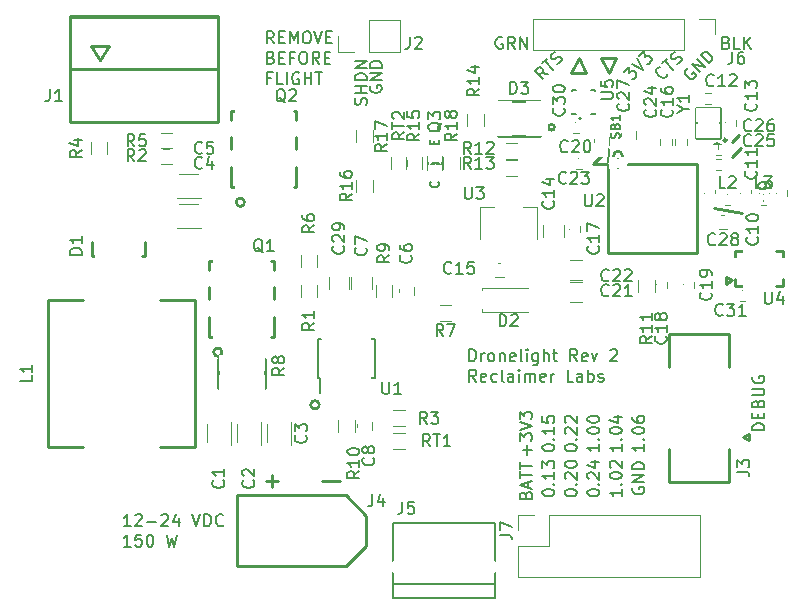
<source format=gto>
G04 #@! TF.FileFunction,Legend,Top*
%FSLAX45Y45*%
G04 Gerber Fmt 4.5, Leading zero omitted, Abs format (unit mm)*
G04 Created by KiCad (PCBNEW 4.0.6) date 08/08/17 22:50:04*
%MOMM*%
%LPD*%
G01*
G04 APERTURE LIST*
%ADD10C,0.254000*%
%ADD11C,0.127000*%
%ADD12C,0.203200*%
%ADD13C,0.150000*%
%ADD14C,0.120000*%
%ADD15C,0.200000*%
%ADD16C,0.190500*%
%ADD17R,5.150000X5.150000*%
%ADD18C,0.700000*%
%ADD19R,2.200000X2.200000*%
%ADD20R,0.800000X1.750000*%
%ADD21C,1.650000*%
%ADD22C,1.950000*%
%ADD23R,1.950000X1.900000*%
%ADD24R,5.900000X4.250000*%
%ADD25R,2.000000X1.400000*%
%ADD26R,1.400000X2.000000*%
%ADD27R,1.150000X1.200000*%
%ADD28R,1.650000X1.400000*%
%ADD29R,0.900000X1.000000*%
%ADD30R,1.000000X0.900000*%
%ADD31R,1.200000X1.150000*%
%ADD32R,4.550000X5.050000*%
%ADD33R,1.850000X1.550000*%
%ADD34R,1.300000X1.600000*%
%ADD35R,1.900000X1.500000*%
%ADD36R,2.400000X2.400000*%
%ADD37C,2.400000*%
%ADD38R,2.100000X2.100000*%
%ADD39O,2.100000X2.100000*%
%ADD40R,2.800000X1.160000*%
%ADD41C,4.600000*%
%ADD42R,1.010000X1.670000*%
%ADD43R,1.010000X1.420000*%
%ADD44R,1.670000X1.000000*%
%ADD45R,4.500000X4.210000*%
%ADD46R,1.300000X0.900000*%
%ADD47R,0.900000X1.300000*%
%ADD48R,1.200000X1.400000*%
%ADD49R,2.700000X1.400000*%
%ADD50R,0.700000X1.800000*%
%ADD51R,3.250000X2.050000*%
%ADD52R,0.950000X1.700000*%
%ADD53R,1.200000X2.250000*%
%ADD54R,2.250000X3.150000*%
%ADD55R,1.100000X1.150000*%
%ADD56R,1.400000X1.650000*%
%ADD57C,7.400000*%
%ADD58C,1.000000*%
%ADD59R,1.200000X1.200000*%
%ADD60R,1.350000X0.850000*%
%ADD61R,2.700000X0.850000*%
%ADD62R,0.850000X1.700000*%
%ADD63R,0.800000X0.700000*%
%ADD64R,0.700000X0.800000*%
%ADD65R,0.800000X1.000000*%
G04 APERTURE END LIST*
D10*
X15919450Y-8947150D02*
G75*
G03X15919450Y-8947150I-12700J0D01*
G01*
X16052800Y-9563100D02*
X15811500Y-9525000D01*
D11*
X13476514Y-9298214D02*
X13480143Y-9301843D01*
X13483771Y-9312729D01*
X13483771Y-9319986D01*
X13480143Y-9330871D01*
X13472886Y-9338129D01*
X13465629Y-9341757D01*
X13451114Y-9345386D01*
X13440229Y-9345386D01*
X13425714Y-9341757D01*
X13418457Y-9338129D01*
X13411200Y-9330871D01*
X13407571Y-9319986D01*
X13407571Y-9312729D01*
X13411200Y-9301843D01*
X13414829Y-9298214D01*
X13443857Y-8982529D02*
X13443857Y-8957129D01*
X13483771Y-8946243D02*
X13483771Y-8982529D01*
X13407571Y-8982529D01*
X13407571Y-8946243D01*
D12*
X14019590Y-8077200D02*
X14009914Y-8072362D01*
X13995400Y-8072362D01*
X13980886Y-8077200D01*
X13971210Y-8086876D01*
X13966371Y-8096552D01*
X13961533Y-8115905D01*
X13961533Y-8130419D01*
X13966371Y-8149771D01*
X13971210Y-8159448D01*
X13980886Y-8169124D01*
X13995400Y-8173962D01*
X14005076Y-8173962D01*
X14019590Y-8169124D01*
X14024429Y-8164286D01*
X14024429Y-8130419D01*
X14005076Y-8130419D01*
X14126029Y-8173962D02*
X14092162Y-8125581D01*
X14067971Y-8173962D02*
X14067971Y-8072362D01*
X14106676Y-8072362D01*
X14116352Y-8077200D01*
X14121190Y-8082038D01*
X14126029Y-8091714D01*
X14126029Y-8106229D01*
X14121190Y-8115905D01*
X14116352Y-8120743D01*
X14106676Y-8125581D01*
X14067971Y-8125581D01*
X14169571Y-8173962D02*
X14169571Y-8072362D01*
X14227629Y-8173962D01*
X14227629Y-8072362D01*
X15917333Y-8120743D02*
X15931848Y-8125581D01*
X15936686Y-8130419D01*
X15941524Y-8140095D01*
X15941524Y-8154609D01*
X15936686Y-8164286D01*
X15931848Y-8169124D01*
X15922171Y-8173962D01*
X15883467Y-8173962D01*
X15883467Y-8072362D01*
X15917333Y-8072362D01*
X15927009Y-8077200D01*
X15931848Y-8082038D01*
X15936686Y-8091714D01*
X15936686Y-8101390D01*
X15931848Y-8111067D01*
X15927009Y-8115905D01*
X15917333Y-8120743D01*
X15883467Y-8120743D01*
X16033448Y-8173962D02*
X15985067Y-8173962D01*
X15985067Y-8072362D01*
X16067314Y-8173962D02*
X16067314Y-8072362D01*
X16125371Y-8173962D02*
X16081829Y-8115905D01*
X16125371Y-8072362D02*
X16067314Y-8130419D01*
X16238462Y-11403390D02*
X16136862Y-11403390D01*
X16136862Y-11379200D01*
X16141700Y-11364686D01*
X16151376Y-11355009D01*
X16161052Y-11350171D01*
X16180405Y-11345333D01*
X16194919Y-11345333D01*
X16214271Y-11350171D01*
X16223948Y-11355009D01*
X16233624Y-11364686D01*
X16238462Y-11379200D01*
X16238462Y-11403390D01*
X16185243Y-11301790D02*
X16185243Y-11267924D01*
X16238462Y-11253409D02*
X16238462Y-11301790D01*
X16136862Y-11301790D01*
X16136862Y-11253409D01*
X16185243Y-11176000D02*
X16190081Y-11161486D01*
X16194919Y-11156648D01*
X16204595Y-11151810D01*
X16219109Y-11151810D01*
X16228786Y-11156648D01*
X16233624Y-11161486D01*
X16238462Y-11171162D01*
X16238462Y-11209867D01*
X16136862Y-11209867D01*
X16136862Y-11176000D01*
X16141700Y-11166324D01*
X16146538Y-11161486D01*
X16156214Y-11156648D01*
X16165890Y-11156648D01*
X16175567Y-11161486D01*
X16180405Y-11166324D01*
X16185243Y-11176000D01*
X16185243Y-11209867D01*
X16136862Y-11108267D02*
X16219109Y-11108267D01*
X16228786Y-11103429D01*
X16233624Y-11098590D01*
X16238462Y-11088914D01*
X16238462Y-11069562D01*
X16233624Y-11059886D01*
X16228786Y-11055048D01*
X16219109Y-11050210D01*
X16136862Y-11050210D01*
X16141700Y-10948610D02*
X16136862Y-10958286D01*
X16136862Y-10972800D01*
X16141700Y-10987314D01*
X16151376Y-10996990D01*
X16161052Y-11001829D01*
X16180405Y-11006667D01*
X16194919Y-11006667D01*
X16214271Y-11001829D01*
X16223948Y-10996990D01*
X16233624Y-10987314D01*
X16238462Y-10972800D01*
X16238462Y-10963124D01*
X16233624Y-10948610D01*
X16228786Y-10943771D01*
X16194919Y-10943771D01*
X16194919Y-10963124D01*
D10*
X15036800Y-9080500D02*
G75*
G03X15036800Y-9080500I-38100J0D01*
G01*
D12*
X15222462Y-11521924D02*
X15222462Y-11579981D01*
X15222462Y-11550952D02*
X15120862Y-11550952D01*
X15135376Y-11560628D01*
X15145052Y-11570305D01*
X15149890Y-11579981D01*
X15212786Y-11478381D02*
X15217624Y-11473543D01*
X15222462Y-11478381D01*
X15217624Y-11483219D01*
X15212786Y-11478381D01*
X15222462Y-11478381D01*
X15120862Y-11410647D02*
X15120862Y-11400971D01*
X15125700Y-11391295D01*
X15130538Y-11386457D01*
X15140214Y-11381619D01*
X15159567Y-11376781D01*
X15183757Y-11376781D01*
X15203109Y-11381619D01*
X15212786Y-11386457D01*
X15217624Y-11391295D01*
X15222462Y-11400971D01*
X15222462Y-11410647D01*
X15217624Y-11420324D01*
X15212786Y-11425162D01*
X15203109Y-11430000D01*
X15183757Y-11434838D01*
X15159567Y-11434838D01*
X15140214Y-11430000D01*
X15130538Y-11425162D01*
X15125700Y-11420324D01*
X15120862Y-11410647D01*
X15120862Y-11289695D02*
X15120862Y-11309047D01*
X15125700Y-11318724D01*
X15130538Y-11323562D01*
X15145052Y-11333238D01*
X15164405Y-11338076D01*
X15203109Y-11338076D01*
X15212786Y-11333238D01*
X15217624Y-11328400D01*
X15222462Y-11318724D01*
X15222462Y-11299371D01*
X15217624Y-11289695D01*
X15212786Y-11284857D01*
X15203109Y-11280019D01*
X15178919Y-11280019D01*
X15169243Y-11284857D01*
X15164405Y-11289695D01*
X15159567Y-11299371D01*
X15159567Y-11318724D01*
X15164405Y-11328400D01*
X15169243Y-11333238D01*
X15178919Y-11338076D01*
X15125700Y-11888409D02*
X15120862Y-11898086D01*
X15120862Y-11912600D01*
X15125700Y-11927114D01*
X15135376Y-11936790D01*
X15145052Y-11941628D01*
X15164405Y-11946467D01*
X15178919Y-11946467D01*
X15198271Y-11941628D01*
X15207948Y-11936790D01*
X15217624Y-11927114D01*
X15222462Y-11912600D01*
X15222462Y-11902924D01*
X15217624Y-11888409D01*
X15212786Y-11883571D01*
X15178919Y-11883571D01*
X15178919Y-11902924D01*
X15222462Y-11840028D02*
X15120862Y-11840028D01*
X15222462Y-11781971D01*
X15120862Y-11781971D01*
X15222462Y-11733590D02*
X15120862Y-11733590D01*
X15120862Y-11709400D01*
X15125700Y-11694886D01*
X15135376Y-11685209D01*
X15145052Y-11680371D01*
X15164405Y-11675533D01*
X15178919Y-11675533D01*
X15198271Y-11680371D01*
X15207948Y-11685209D01*
X15217624Y-11694886D01*
X15222462Y-11709400D01*
X15222462Y-11733590D01*
X15031962Y-11521924D02*
X15031962Y-11579981D01*
X15031962Y-11550952D02*
X14930362Y-11550952D01*
X14944876Y-11560628D01*
X14954552Y-11570305D01*
X14959390Y-11579981D01*
X15022286Y-11478381D02*
X15027124Y-11473543D01*
X15031962Y-11478381D01*
X15027124Y-11483219D01*
X15022286Y-11478381D01*
X15031962Y-11478381D01*
X14930362Y-11410647D02*
X14930362Y-11400971D01*
X14935200Y-11391295D01*
X14940038Y-11386457D01*
X14949714Y-11381619D01*
X14969067Y-11376781D01*
X14993257Y-11376781D01*
X15012609Y-11381619D01*
X15022286Y-11386457D01*
X15027124Y-11391295D01*
X15031962Y-11400971D01*
X15031962Y-11410647D01*
X15027124Y-11420324D01*
X15022286Y-11425162D01*
X15012609Y-11430000D01*
X14993257Y-11434838D01*
X14969067Y-11434838D01*
X14949714Y-11430000D01*
X14940038Y-11425162D01*
X14935200Y-11420324D01*
X14930362Y-11410647D01*
X14964229Y-11289695D02*
X15031962Y-11289695D01*
X14925524Y-11313886D02*
X14998095Y-11338076D01*
X14998095Y-11275181D01*
X15031962Y-11902924D02*
X15031962Y-11960981D01*
X15031962Y-11931952D02*
X14930362Y-11931952D01*
X14944876Y-11941628D01*
X14954552Y-11951305D01*
X14959390Y-11960981D01*
X15022286Y-11859381D02*
X15027124Y-11854543D01*
X15031962Y-11859381D01*
X15027124Y-11864219D01*
X15022286Y-11859381D01*
X15031962Y-11859381D01*
X14930362Y-11791647D02*
X14930362Y-11781971D01*
X14935200Y-11772295D01*
X14940038Y-11767457D01*
X14949714Y-11762619D01*
X14969067Y-11757781D01*
X14993257Y-11757781D01*
X15012609Y-11762619D01*
X15022286Y-11767457D01*
X15027124Y-11772295D01*
X15031962Y-11781971D01*
X15031962Y-11791647D01*
X15027124Y-11801324D01*
X15022286Y-11806162D01*
X15012609Y-11811000D01*
X14993257Y-11815838D01*
X14969067Y-11815838D01*
X14949714Y-11811000D01*
X14940038Y-11806162D01*
X14935200Y-11801324D01*
X14930362Y-11791647D01*
X14940038Y-11719076D02*
X14935200Y-11714238D01*
X14930362Y-11704562D01*
X14930362Y-11680371D01*
X14935200Y-11670695D01*
X14940038Y-11665857D01*
X14949714Y-11661019D01*
X14959390Y-11661019D01*
X14973905Y-11665857D01*
X15031962Y-11723914D01*
X15031962Y-11661019D01*
X14231257Y-11609009D02*
X14231257Y-11531600D01*
X14269962Y-11570305D02*
X14192552Y-11570305D01*
X14168362Y-11492895D02*
X14168362Y-11430000D01*
X14207067Y-11463867D01*
X14207067Y-11449352D01*
X14211905Y-11439676D01*
X14216743Y-11434838D01*
X14226419Y-11430000D01*
X14250609Y-11430000D01*
X14260286Y-11434838D01*
X14265124Y-11439676D01*
X14269962Y-11449352D01*
X14269962Y-11478381D01*
X14265124Y-11488057D01*
X14260286Y-11492895D01*
X14168362Y-11400971D02*
X14269962Y-11367105D01*
X14168362Y-11333238D01*
X14168362Y-11309048D02*
X14168362Y-11246152D01*
X14207067Y-11280019D01*
X14207067Y-11265505D01*
X14211905Y-11255829D01*
X14216743Y-11250990D01*
X14226419Y-11246152D01*
X14250609Y-11246152D01*
X14260286Y-11250990D01*
X14265124Y-11255829D01*
X14269962Y-11265505D01*
X14269962Y-11294533D01*
X14265124Y-11304209D01*
X14260286Y-11309048D01*
X14216743Y-11950095D02*
X14221581Y-11935581D01*
X14226419Y-11930743D01*
X14236095Y-11925905D01*
X14250609Y-11925905D01*
X14260286Y-11930743D01*
X14265124Y-11935581D01*
X14269962Y-11945257D01*
X14269962Y-11983962D01*
X14168362Y-11983962D01*
X14168362Y-11950095D01*
X14173200Y-11940419D01*
X14178038Y-11935581D01*
X14187714Y-11930743D01*
X14197390Y-11930743D01*
X14207067Y-11935581D01*
X14211905Y-11940419D01*
X14216743Y-11950095D01*
X14216743Y-11983962D01*
X14240933Y-11887200D02*
X14240933Y-11838819D01*
X14269962Y-11896876D02*
X14168362Y-11863009D01*
X14269962Y-11829143D01*
X14168362Y-11809790D02*
X14168362Y-11751733D01*
X14269962Y-11780762D02*
X14168362Y-11780762D01*
X14168362Y-11732381D02*
X14168362Y-11674324D01*
X14269962Y-11703352D02*
X14168362Y-11703352D01*
X14739862Y-11936790D02*
X14739862Y-11927114D01*
X14744700Y-11917438D01*
X14749538Y-11912600D01*
X14759214Y-11907762D01*
X14778567Y-11902924D01*
X14802757Y-11902924D01*
X14822109Y-11907762D01*
X14831786Y-11912600D01*
X14836624Y-11917438D01*
X14841462Y-11927114D01*
X14841462Y-11936790D01*
X14836624Y-11946467D01*
X14831786Y-11951305D01*
X14822109Y-11956143D01*
X14802757Y-11960981D01*
X14778567Y-11960981D01*
X14759214Y-11956143D01*
X14749538Y-11951305D01*
X14744700Y-11946467D01*
X14739862Y-11936790D01*
X14831786Y-11859381D02*
X14836624Y-11854543D01*
X14841462Y-11859381D01*
X14836624Y-11864219D01*
X14831786Y-11859381D01*
X14841462Y-11859381D01*
X14749538Y-11815838D02*
X14744700Y-11811000D01*
X14739862Y-11801324D01*
X14739862Y-11777133D01*
X14744700Y-11767457D01*
X14749538Y-11762619D01*
X14759214Y-11757781D01*
X14768890Y-11757781D01*
X14783405Y-11762619D01*
X14841462Y-11820676D01*
X14841462Y-11757781D01*
X14773729Y-11670695D02*
X14841462Y-11670695D01*
X14735024Y-11694886D02*
X14807595Y-11719076D01*
X14807595Y-11656181D01*
X14841462Y-11521924D02*
X14841462Y-11579981D01*
X14841462Y-11550952D02*
X14739862Y-11550952D01*
X14754376Y-11560628D01*
X14764052Y-11570305D01*
X14768890Y-11579981D01*
X14831786Y-11478381D02*
X14836624Y-11473543D01*
X14841462Y-11478381D01*
X14836624Y-11483219D01*
X14831786Y-11478381D01*
X14841462Y-11478381D01*
X14739862Y-11410647D02*
X14739862Y-11400971D01*
X14744700Y-11391295D01*
X14749538Y-11386457D01*
X14759214Y-11381619D01*
X14778567Y-11376781D01*
X14802757Y-11376781D01*
X14822109Y-11381619D01*
X14831786Y-11386457D01*
X14836624Y-11391295D01*
X14841462Y-11400971D01*
X14841462Y-11410647D01*
X14836624Y-11420324D01*
X14831786Y-11425162D01*
X14822109Y-11430000D01*
X14802757Y-11434838D01*
X14778567Y-11434838D01*
X14759214Y-11430000D01*
X14749538Y-11425162D01*
X14744700Y-11420324D01*
X14739862Y-11410647D01*
X14739862Y-11313886D02*
X14739862Y-11304209D01*
X14744700Y-11294533D01*
X14749538Y-11289695D01*
X14759214Y-11284857D01*
X14778567Y-11280019D01*
X14802757Y-11280019D01*
X14822109Y-11284857D01*
X14831786Y-11289695D01*
X14836624Y-11294533D01*
X14841462Y-11304209D01*
X14841462Y-11313886D01*
X14836624Y-11323562D01*
X14831786Y-11328400D01*
X14822109Y-11333238D01*
X14802757Y-11338076D01*
X14778567Y-11338076D01*
X14759214Y-11333238D01*
X14749538Y-11328400D01*
X14744700Y-11323562D01*
X14739862Y-11313886D01*
X14549362Y-11936790D02*
X14549362Y-11927114D01*
X14554200Y-11917438D01*
X14559038Y-11912600D01*
X14568714Y-11907762D01*
X14588067Y-11902924D01*
X14612257Y-11902924D01*
X14631609Y-11907762D01*
X14641286Y-11912600D01*
X14646124Y-11917438D01*
X14650962Y-11927114D01*
X14650962Y-11936790D01*
X14646124Y-11946467D01*
X14641286Y-11951305D01*
X14631609Y-11956143D01*
X14612257Y-11960981D01*
X14588067Y-11960981D01*
X14568714Y-11956143D01*
X14559038Y-11951305D01*
X14554200Y-11946467D01*
X14549362Y-11936790D01*
X14641286Y-11859381D02*
X14646124Y-11854543D01*
X14650962Y-11859381D01*
X14646124Y-11864219D01*
X14641286Y-11859381D01*
X14650962Y-11859381D01*
X14559038Y-11815838D02*
X14554200Y-11811000D01*
X14549362Y-11801324D01*
X14549362Y-11777133D01*
X14554200Y-11767457D01*
X14559038Y-11762619D01*
X14568714Y-11757781D01*
X14578390Y-11757781D01*
X14592905Y-11762619D01*
X14650962Y-11820676D01*
X14650962Y-11757781D01*
X14549362Y-11694886D02*
X14549362Y-11685209D01*
X14554200Y-11675533D01*
X14559038Y-11670695D01*
X14568714Y-11665857D01*
X14588067Y-11661019D01*
X14612257Y-11661019D01*
X14631609Y-11665857D01*
X14641286Y-11670695D01*
X14646124Y-11675533D01*
X14650962Y-11685209D01*
X14650962Y-11694886D01*
X14646124Y-11704562D01*
X14641286Y-11709400D01*
X14631609Y-11714238D01*
X14612257Y-11719076D01*
X14588067Y-11719076D01*
X14568714Y-11714238D01*
X14559038Y-11709400D01*
X14554200Y-11704562D01*
X14549362Y-11694886D01*
X14549362Y-11555790D02*
X14549362Y-11546114D01*
X14554200Y-11536438D01*
X14559038Y-11531600D01*
X14568714Y-11526762D01*
X14588067Y-11521924D01*
X14612257Y-11521924D01*
X14631609Y-11526762D01*
X14641286Y-11531600D01*
X14646124Y-11536438D01*
X14650962Y-11546114D01*
X14650962Y-11555790D01*
X14646124Y-11565467D01*
X14641286Y-11570305D01*
X14631609Y-11575143D01*
X14612257Y-11579981D01*
X14588067Y-11579981D01*
X14568714Y-11575143D01*
X14559038Y-11570305D01*
X14554200Y-11565467D01*
X14549362Y-11555790D01*
X14641286Y-11478381D02*
X14646124Y-11473543D01*
X14650962Y-11478381D01*
X14646124Y-11483219D01*
X14641286Y-11478381D01*
X14650962Y-11478381D01*
X14559038Y-11434838D02*
X14554200Y-11430000D01*
X14549362Y-11420324D01*
X14549362Y-11396133D01*
X14554200Y-11386457D01*
X14559038Y-11381619D01*
X14568714Y-11376781D01*
X14578390Y-11376781D01*
X14592905Y-11381619D01*
X14650962Y-11439676D01*
X14650962Y-11376781D01*
X14559038Y-11338076D02*
X14554200Y-11333238D01*
X14549362Y-11323562D01*
X14549362Y-11299371D01*
X14554200Y-11289695D01*
X14559038Y-11284857D01*
X14568714Y-11280019D01*
X14578390Y-11280019D01*
X14592905Y-11284857D01*
X14650962Y-11342914D01*
X14650962Y-11280019D01*
X14358862Y-11936790D02*
X14358862Y-11927114D01*
X14363700Y-11917438D01*
X14368538Y-11912600D01*
X14378214Y-11907762D01*
X14397567Y-11902924D01*
X14421757Y-11902924D01*
X14441109Y-11907762D01*
X14450786Y-11912600D01*
X14455624Y-11917438D01*
X14460462Y-11927114D01*
X14460462Y-11936790D01*
X14455624Y-11946467D01*
X14450786Y-11951305D01*
X14441109Y-11956143D01*
X14421757Y-11960981D01*
X14397567Y-11960981D01*
X14378214Y-11956143D01*
X14368538Y-11951305D01*
X14363700Y-11946467D01*
X14358862Y-11936790D01*
X14450786Y-11859381D02*
X14455624Y-11854543D01*
X14460462Y-11859381D01*
X14455624Y-11864219D01*
X14450786Y-11859381D01*
X14460462Y-11859381D01*
X14460462Y-11757781D02*
X14460462Y-11815838D01*
X14460462Y-11786809D02*
X14358862Y-11786809D01*
X14373376Y-11796486D01*
X14383052Y-11806162D01*
X14387890Y-11815838D01*
X14358862Y-11723914D02*
X14358862Y-11661019D01*
X14397567Y-11694886D01*
X14397567Y-11680371D01*
X14402405Y-11670695D01*
X14407243Y-11665857D01*
X14416919Y-11661019D01*
X14441109Y-11661019D01*
X14450786Y-11665857D01*
X14455624Y-11670695D01*
X14460462Y-11680371D01*
X14460462Y-11709400D01*
X14455624Y-11719076D01*
X14450786Y-11723914D01*
X14358862Y-11555790D02*
X14358862Y-11546114D01*
X14363700Y-11536438D01*
X14368538Y-11531600D01*
X14378214Y-11526762D01*
X14397567Y-11521924D01*
X14421757Y-11521924D01*
X14441109Y-11526762D01*
X14450786Y-11531600D01*
X14455624Y-11536438D01*
X14460462Y-11546114D01*
X14460462Y-11555790D01*
X14455624Y-11565467D01*
X14450786Y-11570305D01*
X14441109Y-11575143D01*
X14421757Y-11579981D01*
X14397567Y-11579981D01*
X14378214Y-11575143D01*
X14368538Y-11570305D01*
X14363700Y-11565467D01*
X14358862Y-11555790D01*
X14450786Y-11478381D02*
X14455624Y-11473543D01*
X14460462Y-11478381D01*
X14455624Y-11483219D01*
X14450786Y-11478381D01*
X14460462Y-11478381D01*
X14460462Y-11376781D02*
X14460462Y-11434838D01*
X14460462Y-11405809D02*
X14358862Y-11405809D01*
X14373376Y-11415486D01*
X14383052Y-11425162D01*
X14387890Y-11434838D01*
X14358862Y-11284857D02*
X14358862Y-11333238D01*
X14407243Y-11338076D01*
X14402405Y-11333238D01*
X14397567Y-11323562D01*
X14397567Y-11299371D01*
X14402405Y-11289695D01*
X14407243Y-11284857D01*
X14416919Y-11280019D01*
X14441109Y-11280019D01*
X14450786Y-11284857D01*
X14455624Y-11289695D01*
X14460462Y-11299371D01*
X14460462Y-11323562D01*
X14455624Y-11333238D01*
X14450786Y-11338076D01*
D10*
X12469221Y-11188700D02*
G75*
G03X12469221Y-11188700I-35921J0D01*
G01*
D12*
X10872410Y-12215102D02*
X10814352Y-12215102D01*
X10843381Y-12215102D02*
X10843381Y-12113502D01*
X10833705Y-12128016D01*
X10824029Y-12137692D01*
X10814352Y-12142530D01*
X10911114Y-12123178D02*
X10915952Y-12118340D01*
X10925629Y-12113502D01*
X10949819Y-12113502D01*
X10959495Y-12118340D01*
X10964333Y-12123178D01*
X10969171Y-12132854D01*
X10969171Y-12142530D01*
X10964333Y-12157045D01*
X10906276Y-12215102D01*
X10969171Y-12215102D01*
X11012714Y-12176397D02*
X11090124Y-12176397D01*
X11133667Y-12123178D02*
X11138505Y-12118340D01*
X11148181Y-12113502D01*
X11172371Y-12113502D01*
X11182048Y-12118340D01*
X11186886Y-12123178D01*
X11191724Y-12132854D01*
X11191724Y-12142530D01*
X11186886Y-12157045D01*
X11128829Y-12215102D01*
X11191724Y-12215102D01*
X11278809Y-12147369D02*
X11278809Y-12215102D01*
X11254619Y-12108664D02*
X11230429Y-12181235D01*
X11293324Y-12181235D01*
X11394924Y-12113502D02*
X11428790Y-12215102D01*
X11462657Y-12113502D01*
X11496524Y-12215102D02*
X11496524Y-12113502D01*
X11520714Y-12113502D01*
X11535228Y-12118340D01*
X11544905Y-12128016D01*
X11549743Y-12137692D01*
X11554581Y-12157045D01*
X11554581Y-12171559D01*
X11549743Y-12190911D01*
X11544905Y-12200588D01*
X11535228Y-12210264D01*
X11520714Y-12215102D01*
X11496524Y-12215102D01*
X11656181Y-12205426D02*
X11651343Y-12210264D01*
X11636828Y-12215102D01*
X11627152Y-12215102D01*
X11612638Y-12210264D01*
X11602962Y-12200588D01*
X11598124Y-12190911D01*
X11593286Y-12171559D01*
X11593286Y-12157045D01*
X11598124Y-12137692D01*
X11602962Y-12128016D01*
X11612638Y-12118340D01*
X11627152Y-12113502D01*
X11636828Y-12113502D01*
X11651343Y-12118340D01*
X11656181Y-12123178D01*
X10872410Y-12387822D02*
X10814352Y-12387822D01*
X10843381Y-12387822D02*
X10843381Y-12286222D01*
X10833705Y-12300736D01*
X10824029Y-12310412D01*
X10814352Y-12315250D01*
X10964333Y-12286222D02*
X10915952Y-12286222D01*
X10911114Y-12334603D01*
X10915952Y-12329765D01*
X10925629Y-12324927D01*
X10949819Y-12324927D01*
X10959495Y-12329765D01*
X10964333Y-12334603D01*
X10969171Y-12344279D01*
X10969171Y-12368469D01*
X10964333Y-12378146D01*
X10959495Y-12382984D01*
X10949819Y-12387822D01*
X10925629Y-12387822D01*
X10915952Y-12382984D01*
X10911114Y-12378146D01*
X11032067Y-12286222D02*
X11041743Y-12286222D01*
X11051419Y-12291060D01*
X11056257Y-12295898D01*
X11061095Y-12305574D01*
X11065933Y-12324927D01*
X11065933Y-12349117D01*
X11061095Y-12368469D01*
X11056257Y-12378146D01*
X11051419Y-12382984D01*
X11041743Y-12387822D01*
X11032067Y-12387822D01*
X11022391Y-12382984D01*
X11017552Y-12378146D01*
X11012714Y-12368469D01*
X11007876Y-12349117D01*
X11007876Y-12324927D01*
X11012714Y-12305574D01*
X11017552Y-12295898D01*
X11022391Y-12291060D01*
X11032067Y-12286222D01*
X11177210Y-12286222D02*
X11201400Y-12387822D01*
X11220752Y-12315250D01*
X11240105Y-12387822D01*
X11264295Y-12286222D01*
X13740190Y-10818102D02*
X13740190Y-10716502D01*
X13764381Y-10716502D01*
X13778895Y-10721340D01*
X13788571Y-10731016D01*
X13793409Y-10740692D01*
X13798248Y-10760045D01*
X13798248Y-10774559D01*
X13793409Y-10793911D01*
X13788571Y-10803588D01*
X13778895Y-10813264D01*
X13764381Y-10818102D01*
X13740190Y-10818102D01*
X13841790Y-10818102D02*
X13841790Y-10750369D01*
X13841790Y-10769721D02*
X13846629Y-10760045D01*
X13851467Y-10755207D01*
X13861143Y-10750369D01*
X13870819Y-10750369D01*
X13919200Y-10818102D02*
X13909524Y-10813264D01*
X13904686Y-10808426D01*
X13899848Y-10798750D01*
X13899848Y-10769721D01*
X13904686Y-10760045D01*
X13909524Y-10755207D01*
X13919200Y-10750369D01*
X13933714Y-10750369D01*
X13943390Y-10755207D01*
X13948228Y-10760045D01*
X13953067Y-10769721D01*
X13953067Y-10798750D01*
X13948228Y-10808426D01*
X13943390Y-10813264D01*
X13933714Y-10818102D01*
X13919200Y-10818102D01*
X13996609Y-10750369D02*
X13996609Y-10818102D01*
X13996609Y-10760045D02*
X14001448Y-10755207D01*
X14011124Y-10750369D01*
X14025638Y-10750369D01*
X14035314Y-10755207D01*
X14040152Y-10764883D01*
X14040152Y-10818102D01*
X14127238Y-10813264D02*
X14117562Y-10818102D01*
X14098209Y-10818102D01*
X14088533Y-10813264D01*
X14083695Y-10803588D01*
X14083695Y-10764883D01*
X14088533Y-10755207D01*
X14098209Y-10750369D01*
X14117562Y-10750369D01*
X14127238Y-10755207D01*
X14132076Y-10764883D01*
X14132076Y-10774559D01*
X14083695Y-10784235D01*
X14190133Y-10818102D02*
X14180457Y-10813264D01*
X14175619Y-10803588D01*
X14175619Y-10716502D01*
X14228838Y-10818102D02*
X14228838Y-10750369D01*
X14228838Y-10716502D02*
X14224000Y-10721340D01*
X14228838Y-10726178D01*
X14233676Y-10721340D01*
X14228838Y-10716502D01*
X14228838Y-10726178D01*
X14320762Y-10750369D02*
X14320762Y-10832616D01*
X14315924Y-10842292D01*
X14311086Y-10847131D01*
X14301409Y-10851969D01*
X14286895Y-10851969D01*
X14277219Y-10847131D01*
X14320762Y-10813264D02*
X14311086Y-10818102D01*
X14291733Y-10818102D01*
X14282057Y-10813264D01*
X14277219Y-10808426D01*
X14272381Y-10798750D01*
X14272381Y-10769721D01*
X14277219Y-10760045D01*
X14282057Y-10755207D01*
X14291733Y-10750369D01*
X14311086Y-10750369D01*
X14320762Y-10755207D01*
X14369143Y-10818102D02*
X14369143Y-10716502D01*
X14412686Y-10818102D02*
X14412686Y-10764883D01*
X14407847Y-10755207D01*
X14398171Y-10750369D01*
X14383657Y-10750369D01*
X14373981Y-10755207D01*
X14369143Y-10760045D01*
X14446552Y-10750369D02*
X14485257Y-10750369D01*
X14461067Y-10716502D02*
X14461067Y-10803588D01*
X14465905Y-10813264D01*
X14475581Y-10818102D01*
X14485257Y-10818102D01*
X14654590Y-10818102D02*
X14620724Y-10769721D01*
X14596533Y-10818102D02*
X14596533Y-10716502D01*
X14635238Y-10716502D01*
X14644914Y-10721340D01*
X14649752Y-10726178D01*
X14654590Y-10735854D01*
X14654590Y-10750369D01*
X14649752Y-10760045D01*
X14644914Y-10764883D01*
X14635238Y-10769721D01*
X14596533Y-10769721D01*
X14736838Y-10813264D02*
X14727162Y-10818102D01*
X14707809Y-10818102D01*
X14698133Y-10813264D01*
X14693295Y-10803588D01*
X14693295Y-10764883D01*
X14698133Y-10755207D01*
X14707809Y-10750369D01*
X14727162Y-10750369D01*
X14736838Y-10755207D01*
X14741676Y-10764883D01*
X14741676Y-10774559D01*
X14693295Y-10784235D01*
X14775543Y-10750369D02*
X14799733Y-10818102D01*
X14823924Y-10750369D01*
X14935200Y-10726178D02*
X14940038Y-10721340D01*
X14949714Y-10716502D01*
X14973904Y-10716502D01*
X14983581Y-10721340D01*
X14988419Y-10726178D01*
X14993257Y-10735854D01*
X14993257Y-10745531D01*
X14988419Y-10760045D01*
X14930362Y-10818102D01*
X14993257Y-10818102D01*
X13798248Y-10990822D02*
X13764381Y-10942441D01*
X13740190Y-10990822D02*
X13740190Y-10889222D01*
X13778895Y-10889222D01*
X13788571Y-10894060D01*
X13793409Y-10898898D01*
X13798248Y-10908574D01*
X13798248Y-10923089D01*
X13793409Y-10932765D01*
X13788571Y-10937603D01*
X13778895Y-10942441D01*
X13740190Y-10942441D01*
X13880495Y-10985984D02*
X13870819Y-10990822D01*
X13851467Y-10990822D01*
X13841790Y-10985984D01*
X13836952Y-10976308D01*
X13836952Y-10937603D01*
X13841790Y-10927927D01*
X13851467Y-10923089D01*
X13870819Y-10923089D01*
X13880495Y-10927927D01*
X13885333Y-10937603D01*
X13885333Y-10947279D01*
X13836952Y-10956955D01*
X13972419Y-10985984D02*
X13962743Y-10990822D01*
X13943390Y-10990822D01*
X13933714Y-10985984D01*
X13928876Y-10981146D01*
X13924038Y-10971470D01*
X13924038Y-10942441D01*
X13928876Y-10932765D01*
X13933714Y-10927927D01*
X13943390Y-10923089D01*
X13962743Y-10923089D01*
X13972419Y-10927927D01*
X14030476Y-10990822D02*
X14020800Y-10985984D01*
X14015962Y-10976308D01*
X14015962Y-10889222D01*
X14112724Y-10990822D02*
X14112724Y-10937603D01*
X14107886Y-10927927D01*
X14098209Y-10923089D01*
X14078857Y-10923089D01*
X14069181Y-10927927D01*
X14112724Y-10985984D02*
X14103047Y-10990822D01*
X14078857Y-10990822D01*
X14069181Y-10985984D01*
X14064343Y-10976308D01*
X14064343Y-10966631D01*
X14069181Y-10956955D01*
X14078857Y-10952117D01*
X14103047Y-10952117D01*
X14112724Y-10947279D01*
X14161105Y-10990822D02*
X14161105Y-10923089D01*
X14161105Y-10889222D02*
X14156267Y-10894060D01*
X14161105Y-10898898D01*
X14165943Y-10894060D01*
X14161105Y-10889222D01*
X14161105Y-10898898D01*
X14209486Y-10990822D02*
X14209486Y-10923089D01*
X14209486Y-10932765D02*
X14214324Y-10927927D01*
X14224000Y-10923089D01*
X14238514Y-10923089D01*
X14248190Y-10927927D01*
X14253028Y-10937603D01*
X14253028Y-10990822D01*
X14253028Y-10937603D02*
X14257867Y-10927927D01*
X14267543Y-10923089D01*
X14282057Y-10923089D01*
X14291733Y-10927927D01*
X14296571Y-10937603D01*
X14296571Y-10990822D01*
X14383657Y-10985984D02*
X14373981Y-10990822D01*
X14354629Y-10990822D01*
X14344952Y-10985984D01*
X14340114Y-10976308D01*
X14340114Y-10937603D01*
X14344952Y-10927927D01*
X14354629Y-10923089D01*
X14373981Y-10923089D01*
X14383657Y-10927927D01*
X14388495Y-10937603D01*
X14388495Y-10947279D01*
X14340114Y-10956955D01*
X14432038Y-10990822D02*
X14432038Y-10923089D01*
X14432038Y-10942441D02*
X14436876Y-10932765D01*
X14441714Y-10927927D01*
X14451390Y-10923089D01*
X14461067Y-10923089D01*
X14620724Y-10990822D02*
X14572343Y-10990822D01*
X14572343Y-10889222D01*
X14698133Y-10990822D02*
X14698133Y-10937603D01*
X14693295Y-10927927D01*
X14683619Y-10923089D01*
X14664267Y-10923089D01*
X14654590Y-10927927D01*
X14698133Y-10985984D02*
X14688457Y-10990822D01*
X14664267Y-10990822D01*
X14654590Y-10985984D01*
X14649752Y-10976308D01*
X14649752Y-10966631D01*
X14654590Y-10956955D01*
X14664267Y-10952117D01*
X14688457Y-10952117D01*
X14698133Y-10947279D01*
X14746514Y-10990822D02*
X14746514Y-10889222D01*
X14746514Y-10927927D02*
X14756190Y-10923089D01*
X14775543Y-10923089D01*
X14785219Y-10927927D01*
X14790057Y-10932765D01*
X14794895Y-10942441D01*
X14794895Y-10971470D01*
X14790057Y-10981146D01*
X14785219Y-10985984D01*
X14775543Y-10990822D01*
X14756190Y-10990822D01*
X14746514Y-10985984D01*
X14833600Y-10985984D02*
X14843276Y-10990822D01*
X14862628Y-10990822D01*
X14872305Y-10985984D01*
X14877143Y-10976308D01*
X14877143Y-10971470D01*
X14872305Y-10961793D01*
X14862628Y-10956955D01*
X14848114Y-10956955D01*
X14838438Y-10952117D01*
X14833600Y-10942441D01*
X14833600Y-10937603D01*
X14838438Y-10927927D01*
X14848114Y-10923089D01*
X14862628Y-10923089D01*
X14872305Y-10927927D01*
D10*
X15963900Y-9093200D02*
X16040100Y-9017000D01*
X15963900Y-8966200D02*
X16027400Y-8902700D01*
D12*
X12083748Y-8128242D02*
X12049881Y-8079861D01*
X12025690Y-8128242D02*
X12025690Y-8026642D01*
X12064395Y-8026642D01*
X12074071Y-8031480D01*
X12078909Y-8036318D01*
X12083748Y-8045994D01*
X12083748Y-8060509D01*
X12078909Y-8070185D01*
X12074071Y-8075023D01*
X12064395Y-8079861D01*
X12025690Y-8079861D01*
X12127290Y-8075023D02*
X12161157Y-8075023D01*
X12175671Y-8128242D02*
X12127290Y-8128242D01*
X12127290Y-8026642D01*
X12175671Y-8026642D01*
X12219214Y-8128242D02*
X12219214Y-8026642D01*
X12253081Y-8099213D01*
X12286948Y-8026642D01*
X12286948Y-8128242D01*
X12354681Y-8026642D02*
X12374033Y-8026642D01*
X12383709Y-8031480D01*
X12393386Y-8041156D01*
X12398224Y-8060509D01*
X12398224Y-8094375D01*
X12393386Y-8113728D01*
X12383709Y-8123404D01*
X12374033Y-8128242D01*
X12354681Y-8128242D01*
X12345005Y-8123404D01*
X12335329Y-8113728D01*
X12330490Y-8094375D01*
X12330490Y-8060509D01*
X12335329Y-8041156D01*
X12345005Y-8031480D01*
X12354681Y-8026642D01*
X12427252Y-8026642D02*
X12461119Y-8128242D01*
X12494986Y-8026642D01*
X12528852Y-8075023D02*
X12562719Y-8075023D01*
X12577233Y-8128242D02*
X12528852Y-8128242D01*
X12528852Y-8026642D01*
X12577233Y-8026642D01*
X12059557Y-8247743D02*
X12074071Y-8252581D01*
X12078909Y-8257419D01*
X12083748Y-8267095D01*
X12083748Y-8281609D01*
X12078909Y-8291286D01*
X12074071Y-8296124D01*
X12064395Y-8300962D01*
X12025690Y-8300962D01*
X12025690Y-8199362D01*
X12059557Y-8199362D01*
X12069233Y-8204200D01*
X12074071Y-8209038D01*
X12078909Y-8218714D01*
X12078909Y-8228390D01*
X12074071Y-8238067D01*
X12069233Y-8242905D01*
X12059557Y-8247743D01*
X12025690Y-8247743D01*
X12127290Y-8247743D02*
X12161157Y-8247743D01*
X12175671Y-8300962D02*
X12127290Y-8300962D01*
X12127290Y-8199362D01*
X12175671Y-8199362D01*
X12253081Y-8247743D02*
X12219214Y-8247743D01*
X12219214Y-8300962D02*
X12219214Y-8199362D01*
X12267595Y-8199362D01*
X12325652Y-8199362D02*
X12345005Y-8199362D01*
X12354681Y-8204200D01*
X12364357Y-8213876D01*
X12369195Y-8233229D01*
X12369195Y-8267095D01*
X12364357Y-8286448D01*
X12354681Y-8296124D01*
X12345005Y-8300962D01*
X12325652Y-8300962D01*
X12315976Y-8296124D01*
X12306300Y-8286448D01*
X12301462Y-8267095D01*
X12301462Y-8233229D01*
X12306300Y-8213876D01*
X12315976Y-8204200D01*
X12325652Y-8199362D01*
X12470795Y-8300962D02*
X12436929Y-8252581D01*
X12412738Y-8300962D02*
X12412738Y-8199362D01*
X12451443Y-8199362D01*
X12461119Y-8204200D01*
X12465957Y-8209038D01*
X12470795Y-8218714D01*
X12470795Y-8233229D01*
X12465957Y-8242905D01*
X12461119Y-8247743D01*
X12451443Y-8252581D01*
X12412738Y-8252581D01*
X12514338Y-8247743D02*
X12548205Y-8247743D01*
X12562719Y-8300962D02*
X12514338Y-8300962D01*
X12514338Y-8199362D01*
X12562719Y-8199362D01*
X12059557Y-8420463D02*
X12025690Y-8420463D01*
X12025690Y-8473682D02*
X12025690Y-8372082D01*
X12074071Y-8372082D01*
X12161157Y-8473682D02*
X12112776Y-8473682D01*
X12112776Y-8372082D01*
X12195024Y-8473682D02*
X12195024Y-8372082D01*
X12296624Y-8376920D02*
X12286948Y-8372082D01*
X12272433Y-8372082D01*
X12257919Y-8376920D01*
X12248243Y-8386596D01*
X12243405Y-8396272D01*
X12238567Y-8415625D01*
X12238567Y-8430139D01*
X12243405Y-8449491D01*
X12248243Y-8459168D01*
X12257919Y-8468844D01*
X12272433Y-8473682D01*
X12282109Y-8473682D01*
X12296624Y-8468844D01*
X12301462Y-8464006D01*
X12301462Y-8430139D01*
X12282109Y-8430139D01*
X12345005Y-8473682D02*
X12345005Y-8372082D01*
X12345005Y-8420463D02*
X12403062Y-8420463D01*
X12403062Y-8473682D02*
X12403062Y-8372082D01*
X12436929Y-8372082D02*
X12494986Y-8372082D01*
X12465957Y-8473682D02*
X12465957Y-8372082D01*
X12868124Y-8646886D02*
X12872962Y-8632371D01*
X12872962Y-8608181D01*
X12868124Y-8598505D01*
X12863286Y-8593667D01*
X12853609Y-8588829D01*
X12843933Y-8588829D01*
X12834257Y-8593667D01*
X12829419Y-8598505D01*
X12824581Y-8608181D01*
X12819743Y-8627533D01*
X12814905Y-8637210D01*
X12810067Y-8642048D01*
X12800390Y-8646886D01*
X12790714Y-8646886D01*
X12781038Y-8642048D01*
X12776200Y-8637210D01*
X12771362Y-8627533D01*
X12771362Y-8603343D01*
X12776200Y-8588829D01*
X12872962Y-8545286D02*
X12771362Y-8545286D01*
X12819743Y-8545286D02*
X12819743Y-8487229D01*
X12872962Y-8487229D02*
X12771362Y-8487229D01*
X12872962Y-8438848D02*
X12771362Y-8438848D01*
X12771362Y-8414657D01*
X12776200Y-8400143D01*
X12785876Y-8390467D01*
X12795552Y-8385629D01*
X12814905Y-8380790D01*
X12829419Y-8380790D01*
X12848771Y-8385629D01*
X12858448Y-8390467D01*
X12868124Y-8400143D01*
X12872962Y-8414657D01*
X12872962Y-8438848D01*
X12872962Y-8337248D02*
X12771362Y-8337248D01*
X12872962Y-8279190D01*
X12771362Y-8279190D01*
X12903200Y-8487229D02*
X12898362Y-8496905D01*
X12898362Y-8511419D01*
X12903200Y-8525933D01*
X12912876Y-8535610D01*
X12922552Y-8540448D01*
X12941905Y-8545286D01*
X12956419Y-8545286D01*
X12975771Y-8540448D01*
X12985448Y-8535610D01*
X12995124Y-8525933D01*
X12999962Y-8511419D01*
X12999962Y-8501743D01*
X12995124Y-8487229D01*
X12990286Y-8482391D01*
X12956419Y-8482391D01*
X12956419Y-8501743D01*
X12999962Y-8438848D02*
X12898362Y-8438848D01*
X12999962Y-8380790D01*
X12898362Y-8380790D01*
X12999962Y-8332409D02*
X12898362Y-8332409D01*
X12898362Y-8308219D01*
X12903200Y-8293705D01*
X12912876Y-8284029D01*
X12922552Y-8279190D01*
X12941905Y-8274352D01*
X12956419Y-8274352D01*
X12975771Y-8279190D01*
X12985448Y-8284029D01*
X12995124Y-8293705D01*
X12999962Y-8308219D01*
X12999962Y-8332409D01*
X14407658Y-8390342D02*
X14349500Y-8380079D01*
X14366605Y-8431395D02*
X14294763Y-8359553D01*
X14322132Y-8332184D01*
X14332395Y-8328763D01*
X14339237Y-8328763D01*
X14349500Y-8332184D01*
X14359763Y-8342447D01*
X14363184Y-8352710D01*
X14363184Y-8359553D01*
X14359763Y-8369816D01*
X14332395Y-8397184D01*
X14356342Y-8297974D02*
X14397395Y-8256921D01*
X14448710Y-8349289D02*
X14376868Y-8277447D01*
X14486342Y-8304816D02*
X14500026Y-8297974D01*
X14517131Y-8280868D01*
X14520552Y-8270605D01*
X14520552Y-8263763D01*
X14517131Y-8253500D01*
X14510289Y-8246658D01*
X14500026Y-8243237D01*
X14493184Y-8243237D01*
X14482921Y-8246658D01*
X14465816Y-8256921D01*
X14455553Y-8260342D01*
X14448710Y-8260342D01*
X14438447Y-8256921D01*
X14431605Y-8250079D01*
X14428184Y-8239816D01*
X14428184Y-8232974D01*
X14431605Y-8222711D01*
X14448710Y-8205605D01*
X14462395Y-8198763D01*
D10*
X14732000Y-8382000D02*
X14605000Y-8382000D01*
X14605000Y-8382000D02*
X14668500Y-8255000D01*
X14668500Y-8255000D02*
X14732000Y-8382000D01*
X14922500Y-8382000D02*
X14986000Y-8255000D01*
X14986000Y-8255000D02*
X14859000Y-8255000D01*
X14859000Y-8255000D02*
X14922500Y-8382000D01*
D12*
X15593842Y-8337316D02*
X15583579Y-8340737D01*
X15573316Y-8351000D01*
X15566474Y-8364684D01*
X15566474Y-8378368D01*
X15569895Y-8388632D01*
X15580158Y-8405737D01*
X15590421Y-8416000D01*
X15607526Y-8426263D01*
X15617790Y-8429684D01*
X15631474Y-8429684D01*
X15645158Y-8422842D01*
X15652000Y-8416000D01*
X15658842Y-8402316D01*
X15658842Y-8395474D01*
X15634895Y-8371526D01*
X15621210Y-8385210D01*
X15696474Y-8371526D02*
X15624632Y-8299684D01*
X15737526Y-8330474D01*
X15665684Y-8258632D01*
X15771737Y-8296263D02*
X15699895Y-8224421D01*
X15717000Y-8207316D01*
X15730684Y-8200474D01*
X15744368Y-8200474D01*
X15754632Y-8203895D01*
X15771737Y-8214158D01*
X15782000Y-8224421D01*
X15792263Y-8241526D01*
X15795684Y-8251789D01*
X15795684Y-8265474D01*
X15788842Y-8279158D01*
X15771737Y-8296263D01*
X15416816Y-8383500D02*
X15416816Y-8390342D01*
X15409974Y-8404026D01*
X15403132Y-8410868D01*
X15389447Y-8417710D01*
X15375763Y-8417710D01*
X15365500Y-8414289D01*
X15348395Y-8404026D01*
X15338132Y-8393763D01*
X15327868Y-8376658D01*
X15324447Y-8366395D01*
X15324447Y-8352710D01*
X15331289Y-8339026D01*
X15338132Y-8332184D01*
X15351816Y-8325342D01*
X15358658Y-8325342D01*
X15372342Y-8297974D02*
X15413395Y-8256921D01*
X15464710Y-8349289D02*
X15392868Y-8277447D01*
X15502342Y-8304816D02*
X15516026Y-8297974D01*
X15533131Y-8280868D01*
X15536552Y-8270605D01*
X15536552Y-8263763D01*
X15533131Y-8253500D01*
X15526289Y-8246658D01*
X15516026Y-8243237D01*
X15509184Y-8243237D01*
X15498921Y-8246658D01*
X15481816Y-8256921D01*
X15471553Y-8260342D01*
X15464710Y-8260342D01*
X15454447Y-8256921D01*
X15447605Y-8250079D01*
X15444184Y-8239816D01*
X15444184Y-8232974D01*
X15447605Y-8222711D01*
X15464710Y-8205605D01*
X15478395Y-8198763D01*
X15048211Y-8368105D02*
X15092684Y-8323631D01*
X15096105Y-8374947D01*
X15106368Y-8364684D01*
X15116632Y-8361263D01*
X15123474Y-8361263D01*
X15133737Y-8364684D01*
X15150842Y-8381789D01*
X15154263Y-8392053D01*
X15154263Y-8398895D01*
X15150842Y-8409158D01*
X15130316Y-8429684D01*
X15120053Y-8433105D01*
X15113211Y-8433105D01*
X15113211Y-8303105D02*
X15209000Y-8351000D01*
X15161105Y-8255210D01*
X15178211Y-8238105D02*
X15222684Y-8193632D01*
X15226105Y-8244947D01*
X15236368Y-8234684D01*
X15246632Y-8231263D01*
X15253474Y-8231263D01*
X15263737Y-8234684D01*
X15280842Y-8251789D01*
X15284263Y-8262053D01*
X15284263Y-8268895D01*
X15280842Y-8279158D01*
X15260316Y-8299684D01*
X15250053Y-8303105D01*
X15243210Y-8303105D01*
D10*
X14790800Y-9150000D02*
X14915800Y-9150000D01*
X14915800Y-9025000D02*
X14790800Y-9150000D01*
X14915800Y-9150000D02*
X14915800Y-9025000D01*
X14915800Y-9150000D02*
X14915800Y-9900000D01*
X15665800Y-9150000D02*
X14915800Y-9150000D01*
X15665800Y-9900000D02*
X15665800Y-9150000D01*
X14915800Y-9900000D02*
X15665800Y-9900000D01*
D13*
X13090410Y-12827746D02*
X13960410Y-12827746D01*
X13090410Y-12187246D02*
X13960410Y-12187246D01*
X13960410Y-12187246D02*
X13960410Y-12827746D01*
X13960410Y-12704746D02*
X13090410Y-12704746D01*
X13090410Y-12827746D02*
X13090410Y-12187246D01*
D10*
X10170000Y-11547000D02*
X10470000Y-11547000D01*
X10170000Y-10297000D02*
X10170000Y-11547000D01*
X10470000Y-10297000D02*
X10170000Y-10297000D01*
X11420000Y-10297000D02*
X11120000Y-10297000D01*
X11420000Y-11547000D02*
X11420000Y-10297000D01*
X11420000Y-11547000D02*
X11120000Y-11547000D01*
D14*
X11518500Y-11330000D02*
X11518500Y-11530000D01*
X11722500Y-11530000D02*
X11722500Y-11330000D01*
X11772500Y-11330000D02*
X11772500Y-11530000D01*
X11976500Y-11530000D02*
X11976500Y-11330000D01*
X12026500Y-11330000D02*
X12026500Y-11530000D01*
X12230500Y-11530000D02*
X12230500Y-11330000D01*
X11466500Y-9486500D02*
X11266500Y-9486500D01*
X11266500Y-9690500D02*
X11466500Y-9690500D01*
X11466500Y-9232500D02*
X11266500Y-9232500D01*
X11266500Y-9436500D02*
X11466500Y-9436500D01*
X13148000Y-10258500D02*
X13148000Y-10188500D01*
X13268000Y-10188500D02*
X13268000Y-10258500D01*
X12742000Y-10110000D02*
X12742000Y-10210000D01*
X12912000Y-10210000D02*
X12912000Y-10110000D01*
X12792400Y-11401500D02*
X12792400Y-11331500D01*
X12912400Y-11331500D02*
X12912400Y-11401500D01*
X16430000Y-9423000D02*
X16430000Y-9373000D01*
X16336000Y-9373000D02*
X16336000Y-9423000D01*
X15726400Y-9373000D02*
X15726400Y-9423000D01*
X15820400Y-9423000D02*
X15820400Y-9373000D01*
X16031200Y-9373000D02*
X16031200Y-9423000D01*
X16125200Y-9423000D02*
X16125200Y-9373000D01*
X15785700Y-8550900D02*
X15735700Y-8550900D01*
X15735700Y-8644900D02*
X15785700Y-8644900D01*
X15904200Y-8776100D02*
X15904200Y-8826100D01*
X15998200Y-8826100D02*
X15998200Y-8776100D01*
X13960400Y-9985700D02*
X14030400Y-9985700D01*
X14030400Y-10105700D02*
X13960400Y-10105700D01*
X15485100Y-8941200D02*
X15485100Y-8991200D01*
X15579100Y-8991200D02*
X15579100Y-8941200D01*
X14583400Y-9677800D02*
X14583400Y-9727800D01*
X14677400Y-9727800D02*
X14677400Y-9677800D01*
X15414000Y-10197700D02*
X15414000Y-10147700D01*
X15320000Y-10147700D02*
X15320000Y-10197700D01*
X15642600Y-10197700D02*
X15642600Y-10147700D01*
X15548600Y-10147700D02*
X15548600Y-10197700D01*
X14799000Y-8988500D02*
X14799000Y-8918500D01*
X14919000Y-8918500D02*
X14919000Y-8988500D01*
X14643500Y-9191000D02*
X14693500Y-9191000D01*
X14693500Y-9097000D02*
X14643500Y-9097000D01*
X15358100Y-8941200D02*
X15358100Y-8991200D01*
X15452100Y-8991200D02*
X15452100Y-8941200D01*
X15874600Y-9109700D02*
X15824600Y-9109700D01*
X15824600Y-9203700D02*
X15874600Y-9203700D01*
X15874600Y-8982700D02*
X15824600Y-8982700D01*
X15824600Y-9076700D02*
X15874600Y-9076700D01*
X15027600Y-8937700D02*
X15027600Y-8867700D01*
X15147600Y-8867700D02*
X15147600Y-8937700D01*
D10*
X10541500Y-9931000D02*
X10566500Y-9931000D01*
X10541500Y-9806000D02*
X10541500Y-9931000D01*
X10991500Y-9931000D02*
X10991500Y-9806000D01*
X10966500Y-9931000D02*
X10991500Y-9931000D01*
D14*
X13846600Y-10199700D02*
X13846600Y-10399700D01*
X13846600Y-10399700D02*
X14236600Y-10399700D01*
X13846600Y-10199700D02*
X14236600Y-10199700D01*
D10*
X14460500Y-8838000D02*
G75*
G03X14460500Y-8838000I-25000J0D01*
G01*
X14335500Y-8613000D02*
X13985500Y-8613000D01*
X14335500Y-8913000D02*
X13985500Y-8913000D01*
X10535500Y-8147500D02*
X10610500Y-8272500D01*
X10685500Y-8147500D02*
X10535500Y-8147500D01*
X10610500Y-8272500D02*
X10685500Y-8147500D01*
X10360500Y-8347500D02*
X11610500Y-8347500D01*
X10360500Y-7897500D02*
X10360500Y-8797500D01*
X11610500Y-7897500D02*
X10360500Y-7897500D01*
X11610500Y-8797500D02*
X11610500Y-7897500D01*
X10360500Y-8797500D02*
X11610500Y-8797500D01*
X11610500Y-8792500D02*
X11610500Y-7902500D01*
X10360500Y-8792500D02*
X11610500Y-8792500D01*
X10360500Y-7902500D02*
X10360500Y-8792500D01*
X10360500Y-7902500D02*
X11610500Y-7902500D01*
D14*
X12890500Y-8197500D02*
X13150500Y-8197500D01*
X13150500Y-8197500D02*
X13150500Y-7931500D01*
X13150500Y-7931500D02*
X12890500Y-7931500D01*
X12890500Y-7931500D02*
X12890500Y-8197500D01*
X12763500Y-8197500D02*
X12630500Y-8197500D01*
X12630500Y-8197500D02*
X12630500Y-8064500D01*
D10*
X16109500Y-11439100D02*
X16059500Y-11464100D01*
X16109500Y-11489100D02*
X16109500Y-11439100D01*
X16059500Y-11464100D02*
X16109500Y-11489100D01*
X15434500Y-11839100D02*
X15434500Y-11564100D01*
X15934500Y-11839100D02*
X15434500Y-11839100D01*
X15934500Y-11564100D02*
X15934500Y-11839100D01*
X15934500Y-10589100D02*
X15934500Y-10864100D01*
X15434500Y-10589100D02*
X15934500Y-10589100D01*
X15434500Y-10864100D02*
X15434500Y-10589100D01*
X12694000Y-12555500D02*
X11769000Y-12555500D01*
X12869000Y-12380500D02*
X12694000Y-12555500D01*
X12869000Y-12130500D02*
X12869000Y-12380500D01*
X12694000Y-11955500D02*
X12869000Y-12130500D01*
X11769000Y-11955500D02*
X12694000Y-11955500D01*
X11769000Y-12555500D02*
X11769000Y-11955500D01*
X12494000Y-11830500D02*
X12644000Y-11830500D01*
X12019000Y-11830500D02*
X12119000Y-11830500D01*
X12069000Y-11780500D02*
X12069000Y-11880500D01*
D14*
X15557500Y-7918800D02*
X14281500Y-7918800D01*
X14281500Y-7918800D02*
X14281500Y-8184800D01*
X14281500Y-8184800D02*
X15557500Y-8184800D01*
X15557500Y-8184800D02*
X15557500Y-7918800D01*
X15684500Y-7918800D02*
X15817500Y-7918800D01*
X15817500Y-7918800D02*
X15817500Y-8051800D01*
X15950800Y-9401800D02*
X15900800Y-9401800D01*
X15900800Y-9495800D02*
X15950800Y-9495800D01*
X16255600Y-9401800D02*
X16205600Y-9401800D01*
X16205600Y-9495800D02*
X16255600Y-9495800D01*
D10*
X11536000Y-9967500D02*
X11536000Y-10042500D01*
X11561000Y-9967500D02*
X11536000Y-9967500D01*
X12086000Y-9967500D02*
X12061000Y-9967500D01*
X12086000Y-10042500D02*
X12086000Y-9967500D01*
X12086000Y-10292500D02*
X12086000Y-10192500D01*
X11536000Y-10292500D02*
X11536000Y-10192500D01*
X12086000Y-10617500D02*
X12086000Y-10442500D01*
X12061000Y-10617500D02*
X12086000Y-10617500D01*
X11536000Y-10617500D02*
X11536000Y-10442500D01*
X11561000Y-10617500D02*
X11536000Y-10617500D01*
X11646355Y-10742500D02*
G75*
G03X11646355Y-10742500I-35355J0D01*
G01*
X11726500Y-8697500D02*
X11726500Y-8772500D01*
X11751500Y-8697500D02*
X11726500Y-8697500D01*
X12276500Y-8697500D02*
X12251500Y-8697500D01*
X12276500Y-8772500D02*
X12276500Y-8697500D01*
X12276500Y-9022500D02*
X12276500Y-8922500D01*
X11726500Y-9022500D02*
X11726500Y-8922500D01*
X12276500Y-9347500D02*
X12276500Y-9172500D01*
X12251500Y-9347500D02*
X12276500Y-9347500D01*
X11726500Y-9347500D02*
X11726500Y-9172500D01*
X11751500Y-9347500D02*
X11726500Y-9347500D01*
X11836855Y-9472500D02*
G75*
G03X11836855Y-9472500I-35355J0D01*
G01*
D14*
X12314500Y-10273500D02*
X12314500Y-10173500D01*
X12450500Y-10173500D02*
X12450500Y-10273500D01*
X11126000Y-9012500D02*
X11226000Y-9012500D01*
X11226000Y-9148500D02*
X11126000Y-9148500D01*
X13094500Y-11235000D02*
X13194500Y-11235000D01*
X13194500Y-11371000D02*
X13094500Y-11371000D01*
X10536500Y-9067000D02*
X10536500Y-8967000D01*
X10672500Y-8967000D02*
X10672500Y-9067000D01*
X11126000Y-8885500D02*
X11226000Y-8885500D01*
X11226000Y-9021500D02*
X11126000Y-9021500D01*
X12314500Y-10019500D02*
X12314500Y-9919500D01*
X12450500Y-9919500D02*
X12450500Y-10019500D01*
X13488200Y-10346000D02*
X13588200Y-10346000D01*
X13588200Y-10482000D02*
X13488200Y-10482000D01*
D10*
X12011000Y-10797000D02*
X12011000Y-11047000D01*
X11611000Y-10797000D02*
X11611000Y-11047000D01*
D14*
X13085500Y-10173500D02*
X13085500Y-10273500D01*
X12949500Y-10273500D02*
X12949500Y-10173500D01*
X12632000Y-11416500D02*
X12632000Y-11316500D01*
X12768000Y-11316500D02*
X12768000Y-11416500D01*
X15172000Y-10235400D02*
X15172000Y-10135400D01*
X15308000Y-10135400D02*
X15308000Y-10235400D01*
X14147000Y-9110400D02*
X14047000Y-9110400D01*
X14047000Y-8974400D02*
X14147000Y-8974400D01*
X14147000Y-9250100D02*
X14047000Y-9250100D01*
X14047000Y-9114100D02*
X14147000Y-9114100D01*
X13724200Y-8825700D02*
X13724200Y-8725700D01*
X13860200Y-8725700D02*
X13860200Y-8825700D01*
X13194500Y-11561500D02*
X13094500Y-11561500D01*
X13094500Y-11425500D02*
X13194500Y-11425500D01*
D13*
X12455500Y-10962500D02*
X12478000Y-10962500D01*
X12455500Y-10627500D02*
X12485500Y-10627500D01*
X12940500Y-10627500D02*
X12910500Y-10627500D01*
X12940500Y-10962500D02*
X12910500Y-10962500D01*
X12455500Y-10962500D02*
X12455500Y-10627500D01*
X12940500Y-10962500D02*
X12940500Y-10627500D01*
X12478000Y-10962500D02*
X12478000Y-11085000D01*
D14*
X13831600Y-9515700D02*
X13831600Y-9785700D01*
X14191600Y-9515700D02*
X14311600Y-9515700D01*
X14311600Y-9515700D02*
X14311600Y-9785700D01*
X13831600Y-9515700D02*
X13951600Y-9515700D01*
D10*
X15860700Y-9001100D02*
G75*
G03X15860700Y-9001100I-25000J0D01*
G01*
X15660700Y-8926100D02*
X15860700Y-8926100D01*
X15660700Y-8676100D02*
X15660700Y-8926100D01*
X15860700Y-8676100D02*
X15660700Y-8676100D01*
X15860700Y-8926100D02*
X15860700Y-8676100D01*
D14*
X14367600Y-9665500D02*
X14367600Y-9765500D01*
X14537600Y-9765500D02*
X14537600Y-9665500D01*
X14593100Y-10321200D02*
X14693100Y-10321200D01*
X14693100Y-10151200D02*
X14593100Y-10151200D01*
X12721500Y-10210000D02*
X12721500Y-10110000D01*
X12551500Y-10110000D02*
X12551500Y-10210000D01*
X14593100Y-10130700D02*
X14693100Y-10130700D01*
X14693100Y-9960700D02*
X14593100Y-9960700D01*
X13203500Y-9194000D02*
X13203500Y-9094000D01*
X13339500Y-9094000D02*
X13339500Y-9194000D01*
X13076500Y-9194000D02*
X13076500Y-9094000D01*
X13212500Y-9094000D02*
X13212500Y-9194000D01*
X12784400Y-9384500D02*
X12784400Y-9284500D01*
X12920400Y-9284500D02*
X12920400Y-9384500D01*
X14414500Y-12122500D02*
X15690500Y-12122500D01*
X15690500Y-12122500D02*
X15690500Y-12642500D01*
X15690500Y-12642500D02*
X14154500Y-12642500D01*
X14154500Y-12642500D02*
X14154500Y-12382500D01*
X14154500Y-12382500D02*
X14414500Y-12382500D01*
X14414500Y-12382500D02*
X14414500Y-12122500D01*
X14287500Y-12122500D02*
X14154500Y-12122500D01*
X14154500Y-12122500D02*
X14154500Y-12249500D01*
X12784400Y-8965400D02*
X12784400Y-8865400D01*
X12920400Y-8865400D02*
X12920400Y-8965400D01*
X13657000Y-9094000D02*
X13657000Y-9194000D01*
X13521000Y-9194000D02*
X13521000Y-9094000D01*
D10*
X13409300Y-9164000D02*
X13449300Y-9124000D01*
X13449300Y-9124000D02*
X13489300Y-9164000D01*
X13489300Y-9164000D02*
X13409300Y-9164000D01*
D13*
X13389300Y-9204000D02*
X13389300Y-9084000D01*
X13509300Y-9084000D02*
X13509300Y-9204000D01*
D14*
X15852700Y-9579300D02*
X15922700Y-9579300D01*
X15922700Y-9699300D02*
X15852700Y-9699300D01*
X14668100Y-8792200D02*
X14618100Y-8792200D01*
X14618100Y-8886200D02*
X14668100Y-8886200D01*
X16077800Y-10214600D02*
X16027800Y-10214600D01*
X16027800Y-10308600D02*
X16077800Y-10308600D01*
D10*
X15912500Y-10163000D02*
X15962500Y-10133000D01*
X15912500Y-10103000D02*
X15912500Y-10163000D01*
X15962500Y-10133000D02*
X15912500Y-10103000D01*
X16392500Y-9883000D02*
X16332500Y-9883000D01*
X16392500Y-9943000D02*
X16392500Y-9883000D01*
X16392500Y-10183000D02*
X16392500Y-10123000D01*
X16332500Y-10183000D02*
X16392500Y-10183000D01*
X15992500Y-10183000D02*
X16052500Y-10183000D01*
X15992500Y-10123000D02*
X15992500Y-10183000D01*
X15992500Y-9883000D02*
X15992500Y-9943000D01*
X16052500Y-9883000D02*
X15992500Y-9883000D01*
D11*
X14606600Y-8713300D02*
X14606600Y-8723300D01*
X14606600Y-8723300D02*
X14646600Y-8723300D01*
X14806600Y-8533300D02*
X14806600Y-8523300D01*
X14806600Y-8523300D02*
X14766600Y-8523300D01*
X14606600Y-8523300D02*
X14646600Y-8523300D01*
X14806600Y-8713300D02*
X14806600Y-8723300D01*
X14766600Y-8723300D02*
X14806600Y-8723300D01*
X14606600Y-8523300D02*
X14606600Y-8533300D01*
D15*
X14686600Y-8763300D02*
G75*
G03X14686600Y-8763300I-10000J0D01*
G01*
D14*
X15023700Y-9101500D02*
X14973700Y-9101500D01*
X14973700Y-9186500D02*
X15023700Y-9186500D01*
D12*
X14718090Y-9405862D02*
X14718090Y-9488110D01*
X14722929Y-9497786D01*
X14727767Y-9502624D01*
X14737443Y-9507462D01*
X14756795Y-9507462D01*
X14766471Y-9502624D01*
X14771309Y-9497786D01*
X14776148Y-9488110D01*
X14776148Y-9405862D01*
X14819690Y-9415538D02*
X14824529Y-9410700D01*
X14834205Y-9405862D01*
X14858395Y-9405862D01*
X14868071Y-9410700D01*
X14872909Y-9415538D01*
X14877748Y-9425214D01*
X14877748Y-9434891D01*
X14872909Y-9449405D01*
X14814852Y-9507462D01*
X14877748Y-9507462D01*
X13174133Y-12009362D02*
X13174133Y-12081933D01*
X13169295Y-12096448D01*
X13159619Y-12106124D01*
X13145105Y-12110962D01*
X13135429Y-12110962D01*
X13270895Y-12009362D02*
X13222514Y-12009362D01*
X13217676Y-12057743D01*
X13222514Y-12052905D01*
X13232190Y-12048067D01*
X13256381Y-12048067D01*
X13266057Y-12052905D01*
X13270895Y-12057743D01*
X13275733Y-12067419D01*
X13275733Y-12091609D01*
X13270895Y-12101286D01*
X13266057Y-12106124D01*
X13256381Y-12110962D01*
X13232190Y-12110962D01*
X13222514Y-12106124D01*
X13217676Y-12101286D01*
X10040962Y-10938933D02*
X10040962Y-10987314D01*
X9939362Y-10987314D01*
X10040962Y-10851848D02*
X10040962Y-10909905D01*
X10040962Y-10880876D02*
X9939362Y-10880876D01*
X9953876Y-10890552D01*
X9963552Y-10900229D01*
X9968391Y-10909905D01*
X11656786Y-11827933D02*
X11661624Y-11832771D01*
X11666462Y-11847286D01*
X11666462Y-11856962D01*
X11661624Y-11871476D01*
X11651948Y-11881152D01*
X11642271Y-11885990D01*
X11622919Y-11890828D01*
X11608405Y-11890828D01*
X11589052Y-11885990D01*
X11579376Y-11881152D01*
X11569700Y-11871476D01*
X11564862Y-11856962D01*
X11564862Y-11847286D01*
X11569700Y-11832771D01*
X11574538Y-11827933D01*
X11666462Y-11731171D02*
X11666462Y-11789228D01*
X11666462Y-11760200D02*
X11564862Y-11760200D01*
X11579376Y-11769876D01*
X11589052Y-11779552D01*
X11593890Y-11789228D01*
X11910786Y-11827933D02*
X11915624Y-11832771D01*
X11920462Y-11847286D01*
X11920462Y-11856962D01*
X11915624Y-11871476D01*
X11905948Y-11881152D01*
X11896271Y-11885990D01*
X11876919Y-11890828D01*
X11862405Y-11890828D01*
X11843052Y-11885990D01*
X11833376Y-11881152D01*
X11823700Y-11871476D01*
X11818862Y-11856962D01*
X11818862Y-11847286D01*
X11823700Y-11832771D01*
X11828538Y-11827933D01*
X11828538Y-11789228D02*
X11823700Y-11784390D01*
X11818862Y-11774714D01*
X11818862Y-11750524D01*
X11823700Y-11740848D01*
X11828538Y-11736009D01*
X11838214Y-11731171D01*
X11847890Y-11731171D01*
X11862405Y-11736009D01*
X11920462Y-11794067D01*
X11920462Y-11731171D01*
X12355286Y-11446933D02*
X12360124Y-11451771D01*
X12364962Y-11466286D01*
X12364962Y-11475962D01*
X12360124Y-11490476D01*
X12350448Y-11500152D01*
X12340771Y-11504990D01*
X12321419Y-11509828D01*
X12306905Y-11509828D01*
X12287552Y-11504990D01*
X12277876Y-11500152D01*
X12268200Y-11490476D01*
X12263362Y-11475962D01*
X12263362Y-11466286D01*
X12268200Y-11451771D01*
X12273038Y-11446933D01*
X12263362Y-11413067D02*
X12263362Y-11350171D01*
X12302067Y-11384038D01*
X12302067Y-11369524D01*
X12306905Y-11359848D01*
X12311743Y-11355009D01*
X12321419Y-11350171D01*
X12345609Y-11350171D01*
X12355286Y-11355009D01*
X12360124Y-11359848D01*
X12364962Y-11369524D01*
X12364962Y-11398552D01*
X12360124Y-11408228D01*
X12355286Y-11413067D01*
X11476567Y-9180286D02*
X11471729Y-9185124D01*
X11457214Y-9189962D01*
X11447538Y-9189962D01*
X11433024Y-9185124D01*
X11423348Y-9175448D01*
X11418510Y-9165771D01*
X11413671Y-9146419D01*
X11413671Y-9131905D01*
X11418510Y-9112552D01*
X11423348Y-9102876D01*
X11433024Y-9093200D01*
X11447538Y-9088362D01*
X11457214Y-9088362D01*
X11471729Y-9093200D01*
X11476567Y-9098038D01*
X11563652Y-9122229D02*
X11563652Y-9189962D01*
X11539462Y-9083524D02*
X11515271Y-9156095D01*
X11578167Y-9156095D01*
X11476567Y-9053286D02*
X11471729Y-9058124D01*
X11457214Y-9062962D01*
X11447538Y-9062962D01*
X11433024Y-9058124D01*
X11423348Y-9048448D01*
X11418510Y-9038771D01*
X11413671Y-9019419D01*
X11413671Y-9004905D01*
X11418510Y-8985552D01*
X11423348Y-8975876D01*
X11433024Y-8966200D01*
X11447538Y-8961362D01*
X11457214Y-8961362D01*
X11471729Y-8966200D01*
X11476567Y-8971038D01*
X11568490Y-8961362D02*
X11520110Y-8961362D01*
X11515271Y-9009743D01*
X11520110Y-9004905D01*
X11529786Y-9000067D01*
X11553976Y-9000067D01*
X11563652Y-9004905D01*
X11568490Y-9009743D01*
X11573329Y-9019419D01*
X11573329Y-9043610D01*
X11568490Y-9053286D01*
X11563652Y-9058124D01*
X11553976Y-9062962D01*
X11529786Y-9062962D01*
X11520110Y-9058124D01*
X11515271Y-9053286D01*
X13244286Y-9922933D02*
X13249124Y-9927771D01*
X13253962Y-9942286D01*
X13253962Y-9951962D01*
X13249124Y-9966476D01*
X13239448Y-9976152D01*
X13229771Y-9980990D01*
X13210419Y-9985829D01*
X13195905Y-9985829D01*
X13176552Y-9980990D01*
X13166876Y-9976152D01*
X13157200Y-9966476D01*
X13152362Y-9951962D01*
X13152362Y-9942286D01*
X13157200Y-9927771D01*
X13162038Y-9922933D01*
X13152362Y-9835848D02*
X13152362Y-9855200D01*
X13157200Y-9864876D01*
X13162038Y-9869714D01*
X13176552Y-9879390D01*
X13195905Y-9884229D01*
X13234609Y-9884229D01*
X13244286Y-9879390D01*
X13249124Y-9874552D01*
X13253962Y-9864876D01*
X13253962Y-9845524D01*
X13249124Y-9835848D01*
X13244286Y-9831010D01*
X13234609Y-9826171D01*
X13210419Y-9826171D01*
X13200743Y-9831010D01*
X13195905Y-9835848D01*
X13191067Y-9845524D01*
X13191067Y-9864876D01*
X13195905Y-9874552D01*
X13200743Y-9879390D01*
X13210419Y-9884229D01*
X12863286Y-9859433D02*
X12868124Y-9864271D01*
X12872962Y-9878786D01*
X12872962Y-9888462D01*
X12868124Y-9902976D01*
X12858448Y-9912652D01*
X12848771Y-9917490D01*
X12829419Y-9922329D01*
X12814905Y-9922329D01*
X12795552Y-9917490D01*
X12785876Y-9912652D01*
X12776200Y-9902976D01*
X12771362Y-9888462D01*
X12771362Y-9878786D01*
X12776200Y-9864271D01*
X12781038Y-9859433D01*
X12771362Y-9825567D02*
X12771362Y-9757833D01*
X12872962Y-9801376D01*
X12926786Y-11637433D02*
X12931624Y-11642271D01*
X12936462Y-11656786D01*
X12936462Y-11666462D01*
X12931624Y-11680976D01*
X12921948Y-11690652D01*
X12912271Y-11695490D01*
X12892919Y-11700328D01*
X12878405Y-11700328D01*
X12859052Y-11695490D01*
X12849376Y-11690652D01*
X12839700Y-11680976D01*
X12834862Y-11666462D01*
X12834862Y-11656786D01*
X12839700Y-11642271D01*
X12844538Y-11637433D01*
X12878405Y-11579376D02*
X12873567Y-11589052D01*
X12868729Y-11593890D01*
X12859052Y-11598728D01*
X12854214Y-11598728D01*
X12844538Y-11593890D01*
X12839700Y-11589052D01*
X12834862Y-11579376D01*
X12834862Y-11560024D01*
X12839700Y-11550348D01*
X12844538Y-11545509D01*
X12854214Y-11540671D01*
X12859052Y-11540671D01*
X12868729Y-11545509D01*
X12873567Y-11550348D01*
X12878405Y-11560024D01*
X12878405Y-11579376D01*
X12883243Y-11589052D01*
X12888081Y-11593890D01*
X12897757Y-11598728D01*
X12917109Y-11598728D01*
X12926786Y-11593890D01*
X12931624Y-11589052D01*
X12936462Y-11579376D01*
X12936462Y-11560024D01*
X12931624Y-11550348D01*
X12926786Y-11545509D01*
X12917109Y-11540671D01*
X12897757Y-11540671D01*
X12888081Y-11545509D01*
X12883243Y-11550348D01*
X12878405Y-11560024D01*
X16279586Y-9402233D02*
X16284424Y-9407071D01*
X16289262Y-9421586D01*
X16289262Y-9431262D01*
X16284424Y-9445776D01*
X16274748Y-9455452D01*
X16265071Y-9460290D01*
X16245719Y-9465129D01*
X16231205Y-9465129D01*
X16211852Y-9460290D01*
X16202176Y-9455452D01*
X16192500Y-9445776D01*
X16187662Y-9431262D01*
X16187662Y-9421586D01*
X16192500Y-9407071D01*
X16197338Y-9402233D01*
X16289262Y-9353852D02*
X16289262Y-9334500D01*
X16284424Y-9324824D01*
X16279586Y-9319986D01*
X16265071Y-9310310D01*
X16245719Y-9305471D01*
X16207014Y-9305471D01*
X16197338Y-9310310D01*
X16192500Y-9315148D01*
X16187662Y-9324824D01*
X16187662Y-9344176D01*
X16192500Y-9353852D01*
X16197338Y-9358690D01*
X16207014Y-9363529D01*
X16231205Y-9363529D01*
X16240881Y-9358690D01*
X16245719Y-9353852D01*
X16250557Y-9344176D01*
X16250557Y-9324824D01*
X16245719Y-9315148D01*
X16240881Y-9310310D01*
X16231205Y-9305471D01*
X16177986Y-9768114D02*
X16182824Y-9772952D01*
X16187662Y-9787467D01*
X16187662Y-9797143D01*
X16182824Y-9811657D01*
X16173148Y-9821333D01*
X16163471Y-9826171D01*
X16144119Y-9831010D01*
X16129605Y-9831010D01*
X16110252Y-9826171D01*
X16100576Y-9821333D01*
X16090900Y-9811657D01*
X16086062Y-9797143D01*
X16086062Y-9787467D01*
X16090900Y-9772952D01*
X16095738Y-9768114D01*
X16187662Y-9671352D02*
X16187662Y-9729410D01*
X16187662Y-9700381D02*
X16086062Y-9700381D01*
X16100576Y-9710057D01*
X16110252Y-9719733D01*
X16115090Y-9729410D01*
X16086062Y-9608457D02*
X16086062Y-9598781D01*
X16090900Y-9589105D01*
X16095738Y-9584267D01*
X16105414Y-9579429D01*
X16124767Y-9574591D01*
X16148957Y-9574591D01*
X16168309Y-9579429D01*
X16177986Y-9584267D01*
X16182824Y-9589105D01*
X16187662Y-9598781D01*
X16187662Y-9608457D01*
X16182824Y-9618133D01*
X16177986Y-9622971D01*
X16168309Y-9627810D01*
X16148957Y-9632648D01*
X16124767Y-9632648D01*
X16105414Y-9627810D01*
X16095738Y-9622971D01*
X16090900Y-9618133D01*
X16086062Y-9608457D01*
X16165286Y-9209314D02*
X16170124Y-9214152D01*
X16174962Y-9228667D01*
X16174962Y-9238343D01*
X16170124Y-9252857D01*
X16160448Y-9262533D01*
X16150771Y-9267371D01*
X16131419Y-9272210D01*
X16116905Y-9272210D01*
X16097552Y-9267371D01*
X16087876Y-9262533D01*
X16078200Y-9252857D01*
X16073362Y-9238343D01*
X16073362Y-9228667D01*
X16078200Y-9214152D01*
X16083038Y-9209314D01*
X16174962Y-9112552D02*
X16174962Y-9170610D01*
X16174962Y-9141581D02*
X16073362Y-9141581D01*
X16087876Y-9151257D01*
X16097552Y-9160933D01*
X16102390Y-9170610D01*
X16174962Y-9015791D02*
X16174962Y-9073848D01*
X16174962Y-9044819D02*
X16073362Y-9044819D01*
X16087876Y-9054495D01*
X16097552Y-9064171D01*
X16102390Y-9073848D01*
X15809686Y-8481786D02*
X15804848Y-8486624D01*
X15790333Y-8491462D01*
X15780657Y-8491462D01*
X15766143Y-8486624D01*
X15756467Y-8476948D01*
X15751629Y-8467271D01*
X15746790Y-8447919D01*
X15746790Y-8433405D01*
X15751629Y-8414052D01*
X15756467Y-8404376D01*
X15766143Y-8394700D01*
X15780657Y-8389862D01*
X15790333Y-8389862D01*
X15804848Y-8394700D01*
X15809686Y-8399538D01*
X15906448Y-8491462D02*
X15848390Y-8491462D01*
X15877419Y-8491462D02*
X15877419Y-8389862D01*
X15867743Y-8404376D01*
X15858067Y-8414052D01*
X15848390Y-8418891D01*
X15945152Y-8399538D02*
X15949990Y-8394700D01*
X15959667Y-8389862D01*
X15983857Y-8389862D01*
X15993533Y-8394700D01*
X15998371Y-8399538D01*
X16003209Y-8409214D01*
X16003209Y-8418891D01*
X15998371Y-8433405D01*
X15940314Y-8491462D01*
X16003209Y-8491462D01*
X16165286Y-8637814D02*
X16170124Y-8642652D01*
X16174962Y-8657167D01*
X16174962Y-8666843D01*
X16170124Y-8681357D01*
X16160448Y-8691033D01*
X16150771Y-8695871D01*
X16131419Y-8700710D01*
X16116905Y-8700710D01*
X16097552Y-8695871D01*
X16087876Y-8691033D01*
X16078200Y-8681357D01*
X16073362Y-8666843D01*
X16073362Y-8657167D01*
X16078200Y-8642652D01*
X16083038Y-8637814D01*
X16174962Y-8541052D02*
X16174962Y-8599110D01*
X16174962Y-8570081D02*
X16073362Y-8570081D01*
X16087876Y-8579757D01*
X16097552Y-8589433D01*
X16102390Y-8599110D01*
X16073362Y-8507186D02*
X16073362Y-8444291D01*
X16112067Y-8478157D01*
X16112067Y-8463643D01*
X16116905Y-8453967D01*
X16121743Y-8449129D01*
X16131419Y-8444291D01*
X16155609Y-8444291D01*
X16165286Y-8449129D01*
X16170124Y-8453967D01*
X16174962Y-8463643D01*
X16174962Y-8492671D01*
X16170124Y-8502348D01*
X16165286Y-8507186D01*
X13587186Y-10069286D02*
X13582348Y-10074124D01*
X13567833Y-10078962D01*
X13558157Y-10078962D01*
X13543643Y-10074124D01*
X13533967Y-10064448D01*
X13529129Y-10054771D01*
X13524290Y-10035419D01*
X13524290Y-10020905D01*
X13529129Y-10001552D01*
X13533967Y-9991876D01*
X13543643Y-9982200D01*
X13558157Y-9977362D01*
X13567833Y-9977362D01*
X13582348Y-9982200D01*
X13587186Y-9987038D01*
X13683948Y-10078962D02*
X13625890Y-10078962D01*
X13654919Y-10078962D02*
X13654919Y-9977362D01*
X13645243Y-9991876D01*
X13635567Y-10001552D01*
X13625890Y-10006391D01*
X13775871Y-9977362D02*
X13727490Y-9977362D01*
X13722652Y-10025743D01*
X13727490Y-10020905D01*
X13737167Y-10016067D01*
X13761357Y-10016067D01*
X13771033Y-10020905D01*
X13775871Y-10025743D01*
X13780709Y-10035419D01*
X13780709Y-10059610D01*
X13775871Y-10069286D01*
X13771033Y-10074124D01*
X13761357Y-10078962D01*
X13737167Y-10078962D01*
X13727490Y-10074124D01*
X13722652Y-10069286D01*
X15454086Y-8688614D02*
X15458924Y-8693452D01*
X15463762Y-8707967D01*
X15463762Y-8717643D01*
X15458924Y-8732157D01*
X15449248Y-8741833D01*
X15439571Y-8746671D01*
X15420219Y-8751510D01*
X15405705Y-8751510D01*
X15386352Y-8746671D01*
X15376676Y-8741833D01*
X15367000Y-8732157D01*
X15362162Y-8717643D01*
X15362162Y-8707967D01*
X15367000Y-8693452D01*
X15371838Y-8688614D01*
X15463762Y-8591852D02*
X15463762Y-8649910D01*
X15463762Y-8620881D02*
X15362162Y-8620881D01*
X15376676Y-8630557D01*
X15386352Y-8640233D01*
X15391190Y-8649910D01*
X15362162Y-8504767D02*
X15362162Y-8524119D01*
X15367000Y-8533795D01*
X15371838Y-8538633D01*
X15386352Y-8548310D01*
X15405705Y-8553148D01*
X15444409Y-8553148D01*
X15454086Y-8548310D01*
X15458924Y-8543471D01*
X15463762Y-8533795D01*
X15463762Y-8514443D01*
X15458924Y-8504767D01*
X15454086Y-8499929D01*
X15444409Y-8495091D01*
X15420219Y-8495091D01*
X15410543Y-8499929D01*
X15405705Y-8504767D01*
X15400867Y-8514443D01*
X15400867Y-8533795D01*
X15405705Y-8543471D01*
X15410543Y-8548310D01*
X15420219Y-8553148D01*
X14831786Y-9844314D02*
X14836624Y-9849152D01*
X14841462Y-9863667D01*
X14841462Y-9873343D01*
X14836624Y-9887857D01*
X14826948Y-9897533D01*
X14817271Y-9902371D01*
X14797919Y-9907210D01*
X14783405Y-9907210D01*
X14764052Y-9902371D01*
X14754376Y-9897533D01*
X14744700Y-9887857D01*
X14739862Y-9873343D01*
X14739862Y-9863667D01*
X14744700Y-9849152D01*
X14749538Y-9844314D01*
X14841462Y-9747552D02*
X14841462Y-9805610D01*
X14841462Y-9776581D02*
X14739862Y-9776581D01*
X14754376Y-9786257D01*
X14764052Y-9795933D01*
X14768890Y-9805610D01*
X14739862Y-9713686D02*
X14739862Y-9645952D01*
X14841462Y-9689495D01*
X15403286Y-10606314D02*
X15408124Y-10611152D01*
X15412962Y-10625667D01*
X15412962Y-10635343D01*
X15408124Y-10649857D01*
X15398448Y-10659533D01*
X15388771Y-10664371D01*
X15369419Y-10669210D01*
X15354905Y-10669210D01*
X15335552Y-10664371D01*
X15325876Y-10659533D01*
X15316200Y-10649857D01*
X15311362Y-10635343D01*
X15311362Y-10625667D01*
X15316200Y-10611152D01*
X15321038Y-10606314D01*
X15412962Y-10509552D02*
X15412962Y-10567610D01*
X15412962Y-10538581D02*
X15311362Y-10538581D01*
X15325876Y-10548257D01*
X15335552Y-10557933D01*
X15340390Y-10567610D01*
X15354905Y-10451495D02*
X15350067Y-10461171D01*
X15345229Y-10466010D01*
X15335552Y-10470848D01*
X15330714Y-10470848D01*
X15321038Y-10466010D01*
X15316200Y-10461171D01*
X15311362Y-10451495D01*
X15311362Y-10432143D01*
X15316200Y-10422467D01*
X15321038Y-10417629D01*
X15330714Y-10412791D01*
X15335552Y-10412791D01*
X15345229Y-10417629D01*
X15350067Y-10422467D01*
X15354905Y-10432143D01*
X15354905Y-10451495D01*
X15359743Y-10461171D01*
X15364581Y-10466010D01*
X15374257Y-10470848D01*
X15393609Y-10470848D01*
X15403286Y-10466010D01*
X15408124Y-10461171D01*
X15412962Y-10451495D01*
X15412962Y-10432143D01*
X15408124Y-10422467D01*
X15403286Y-10417629D01*
X15393609Y-10412791D01*
X15374257Y-10412791D01*
X15364581Y-10417629D01*
X15359743Y-10422467D01*
X15354905Y-10432143D01*
X15784286Y-10238014D02*
X15789124Y-10242852D01*
X15793962Y-10257367D01*
X15793962Y-10267043D01*
X15789124Y-10281557D01*
X15779448Y-10291233D01*
X15769771Y-10296071D01*
X15750419Y-10300910D01*
X15735905Y-10300910D01*
X15716552Y-10296071D01*
X15706876Y-10291233D01*
X15697200Y-10281557D01*
X15692362Y-10267043D01*
X15692362Y-10257367D01*
X15697200Y-10242852D01*
X15702038Y-10238014D01*
X15793962Y-10141252D02*
X15793962Y-10199310D01*
X15793962Y-10170281D02*
X15692362Y-10170281D01*
X15706876Y-10179957D01*
X15716552Y-10189633D01*
X15721390Y-10199310D01*
X15793962Y-10092871D02*
X15793962Y-10073519D01*
X15789124Y-10063843D01*
X15784286Y-10059005D01*
X15769771Y-10049329D01*
X15750419Y-10044491D01*
X15711714Y-10044491D01*
X15702038Y-10049329D01*
X15697200Y-10054167D01*
X15692362Y-10063843D01*
X15692362Y-10083195D01*
X15697200Y-10092871D01*
X15702038Y-10097710D01*
X15711714Y-10102548D01*
X15735905Y-10102548D01*
X15745581Y-10097710D01*
X15750419Y-10092871D01*
X15755257Y-10083195D01*
X15755257Y-10063843D01*
X15750419Y-10054167D01*
X15745581Y-10049329D01*
X15735905Y-10044491D01*
X14571436Y-9040586D02*
X14566598Y-9045424D01*
X14552083Y-9050262D01*
X14542407Y-9050262D01*
X14527893Y-9045424D01*
X14518217Y-9035748D01*
X14513379Y-9026071D01*
X14508540Y-9006719D01*
X14508540Y-8992205D01*
X14513379Y-8972852D01*
X14518217Y-8963176D01*
X14527893Y-8953500D01*
X14542407Y-8948662D01*
X14552083Y-8948662D01*
X14566598Y-8953500D01*
X14571436Y-8958338D01*
X14610140Y-8958338D02*
X14614979Y-8953500D01*
X14624655Y-8948662D01*
X14648845Y-8948662D01*
X14658521Y-8953500D01*
X14663359Y-8958338D01*
X14668198Y-8968014D01*
X14668198Y-8977691D01*
X14663359Y-8992205D01*
X14605302Y-9050262D01*
X14668198Y-9050262D01*
X14731093Y-8948662D02*
X14740769Y-8948662D01*
X14750445Y-8953500D01*
X14755283Y-8958338D01*
X14760121Y-8968014D01*
X14764959Y-8987367D01*
X14764959Y-9011557D01*
X14760121Y-9030910D01*
X14755283Y-9040586D01*
X14750445Y-9045424D01*
X14740769Y-9050262D01*
X14731093Y-9050262D01*
X14721417Y-9045424D01*
X14716579Y-9040586D01*
X14711740Y-9030910D01*
X14706902Y-9011557D01*
X14706902Y-8987367D01*
X14711740Y-8968014D01*
X14716579Y-8958338D01*
X14721417Y-8953500D01*
X14731093Y-8948662D01*
X14558736Y-9307286D02*
X14553898Y-9312124D01*
X14539383Y-9316962D01*
X14529707Y-9316962D01*
X14515193Y-9312124D01*
X14505517Y-9302448D01*
X14500679Y-9292771D01*
X14495840Y-9273419D01*
X14495840Y-9258905D01*
X14500679Y-9239552D01*
X14505517Y-9229876D01*
X14515193Y-9220200D01*
X14529707Y-9215362D01*
X14539383Y-9215362D01*
X14553898Y-9220200D01*
X14558736Y-9225038D01*
X14597440Y-9225038D02*
X14602279Y-9220200D01*
X14611955Y-9215362D01*
X14636145Y-9215362D01*
X14645821Y-9220200D01*
X14650659Y-9225038D01*
X14655498Y-9234714D01*
X14655498Y-9244391D01*
X14650659Y-9258905D01*
X14592602Y-9316962D01*
X14655498Y-9316962D01*
X14689364Y-9215362D02*
X14752259Y-9215362D01*
X14718393Y-9254067D01*
X14732907Y-9254067D01*
X14742583Y-9258905D01*
X14747421Y-9263743D01*
X14752259Y-9273419D01*
X14752259Y-9297610D01*
X14747421Y-9307286D01*
X14742583Y-9312124D01*
X14732907Y-9316962D01*
X14703879Y-9316962D01*
X14694202Y-9312124D01*
X14689364Y-9307286D01*
X15314386Y-8688614D02*
X15319224Y-8693452D01*
X15324062Y-8707967D01*
X15324062Y-8717643D01*
X15319224Y-8732157D01*
X15309548Y-8741833D01*
X15299871Y-8746671D01*
X15280519Y-8751510D01*
X15266005Y-8751510D01*
X15246652Y-8746671D01*
X15236976Y-8741833D01*
X15227300Y-8732157D01*
X15222462Y-8717643D01*
X15222462Y-8707967D01*
X15227300Y-8693452D01*
X15232138Y-8688614D01*
X15232138Y-8649910D02*
X15227300Y-8645071D01*
X15222462Y-8635395D01*
X15222462Y-8611205D01*
X15227300Y-8601529D01*
X15232138Y-8596691D01*
X15241814Y-8591852D01*
X15251490Y-8591852D01*
X15266005Y-8596691D01*
X15324062Y-8654748D01*
X15324062Y-8591852D01*
X15256329Y-8504767D02*
X15324062Y-8504767D01*
X15217624Y-8528957D02*
X15290195Y-8553148D01*
X15290195Y-8490252D01*
X16127186Y-8989786D02*
X16122348Y-8994624D01*
X16107833Y-8999462D01*
X16098157Y-8999462D01*
X16083643Y-8994624D01*
X16073967Y-8984948D01*
X16069129Y-8975271D01*
X16064290Y-8955919D01*
X16064290Y-8941405D01*
X16069129Y-8922052D01*
X16073967Y-8912376D01*
X16083643Y-8902700D01*
X16098157Y-8897862D01*
X16107833Y-8897862D01*
X16122348Y-8902700D01*
X16127186Y-8907538D01*
X16165890Y-8907538D02*
X16170729Y-8902700D01*
X16180405Y-8897862D01*
X16204595Y-8897862D01*
X16214271Y-8902700D01*
X16219109Y-8907538D01*
X16223948Y-8917214D01*
X16223948Y-8926891D01*
X16219109Y-8941405D01*
X16161052Y-8999462D01*
X16223948Y-8999462D01*
X16315871Y-8897862D02*
X16267490Y-8897862D01*
X16262652Y-8946243D01*
X16267490Y-8941405D01*
X16277167Y-8936567D01*
X16301357Y-8936567D01*
X16311033Y-8941405D01*
X16315871Y-8946243D01*
X16320709Y-8955919D01*
X16320709Y-8980110D01*
X16315871Y-8989786D01*
X16311033Y-8994624D01*
X16301357Y-8999462D01*
X16277167Y-8999462D01*
X16267490Y-8994624D01*
X16262652Y-8989786D01*
X16127186Y-8862786D02*
X16122348Y-8867624D01*
X16107833Y-8872462D01*
X16098157Y-8872462D01*
X16083643Y-8867624D01*
X16073967Y-8857948D01*
X16069129Y-8848271D01*
X16064290Y-8828919D01*
X16064290Y-8814405D01*
X16069129Y-8795052D01*
X16073967Y-8785376D01*
X16083643Y-8775700D01*
X16098157Y-8770862D01*
X16107833Y-8770862D01*
X16122348Y-8775700D01*
X16127186Y-8780538D01*
X16165890Y-8780538D02*
X16170729Y-8775700D01*
X16180405Y-8770862D01*
X16204595Y-8770862D01*
X16214271Y-8775700D01*
X16219109Y-8780538D01*
X16223948Y-8790214D01*
X16223948Y-8799891D01*
X16219109Y-8814405D01*
X16161052Y-8872462D01*
X16223948Y-8872462D01*
X16311033Y-8770862D02*
X16291681Y-8770862D01*
X16282005Y-8775700D01*
X16277167Y-8780538D01*
X16267490Y-8795052D01*
X16262652Y-8814405D01*
X16262652Y-8853110D01*
X16267490Y-8862786D01*
X16272329Y-8867624D01*
X16282005Y-8872462D01*
X16301357Y-8872462D01*
X16311033Y-8867624D01*
X16315871Y-8862786D01*
X16320709Y-8853110D01*
X16320709Y-8828919D01*
X16315871Y-8819243D01*
X16311033Y-8814405D01*
X16301357Y-8809567D01*
X16282005Y-8809567D01*
X16272329Y-8814405D01*
X16267490Y-8819243D01*
X16262652Y-8828919D01*
X15085786Y-8637814D02*
X15090624Y-8642652D01*
X15095462Y-8657167D01*
X15095462Y-8666843D01*
X15090624Y-8681357D01*
X15080948Y-8691033D01*
X15071271Y-8695871D01*
X15051919Y-8700710D01*
X15037405Y-8700710D01*
X15018052Y-8695871D01*
X15008376Y-8691033D01*
X14998700Y-8681357D01*
X14993862Y-8666843D01*
X14993862Y-8657167D01*
X14998700Y-8642652D01*
X15003538Y-8637814D01*
X15003538Y-8599110D02*
X14998700Y-8594271D01*
X14993862Y-8584595D01*
X14993862Y-8560405D01*
X14998700Y-8550729D01*
X15003538Y-8545891D01*
X15013214Y-8541052D01*
X15022890Y-8541052D01*
X15037405Y-8545891D01*
X15095462Y-8603948D01*
X15095462Y-8541052D01*
X14993862Y-8507186D02*
X14993862Y-8439452D01*
X15095462Y-8482995D01*
X10459962Y-9917490D02*
X10358362Y-9917490D01*
X10358362Y-9893300D01*
X10363200Y-9878786D01*
X10372876Y-9869110D01*
X10382552Y-9864271D01*
X10401905Y-9859433D01*
X10416419Y-9859433D01*
X10435771Y-9864271D01*
X10445448Y-9869110D01*
X10455124Y-9878786D01*
X10459962Y-9893300D01*
X10459962Y-9917490D01*
X10459962Y-9762671D02*
X10459962Y-9820729D01*
X10459962Y-9791700D02*
X10358362Y-9791700D01*
X10372876Y-9801376D01*
X10382552Y-9811052D01*
X10387391Y-9820729D01*
X13996610Y-10523462D02*
X13996610Y-10421862D01*
X14020800Y-10421862D01*
X14035314Y-10426700D01*
X14044990Y-10436376D01*
X14049829Y-10446052D01*
X14054667Y-10465405D01*
X14054667Y-10479919D01*
X14049829Y-10499271D01*
X14044990Y-10508948D01*
X14035314Y-10518624D01*
X14020800Y-10523462D01*
X13996610Y-10523462D01*
X14093371Y-10431538D02*
X14098210Y-10426700D01*
X14107886Y-10421862D01*
X14132076Y-10421862D01*
X14141752Y-10426700D01*
X14146590Y-10431538D01*
X14151429Y-10441214D01*
X14151429Y-10450891D01*
X14146590Y-10465405D01*
X14088533Y-10523462D01*
X14151429Y-10523462D01*
X14085510Y-8554962D02*
X14085510Y-8453362D01*
X14109700Y-8453362D01*
X14124214Y-8458200D01*
X14133890Y-8467876D01*
X14138729Y-8477552D01*
X14143567Y-8496905D01*
X14143567Y-8511419D01*
X14138729Y-8530771D01*
X14133890Y-8540448D01*
X14124214Y-8550124D01*
X14109700Y-8554962D01*
X14085510Y-8554962D01*
X14177433Y-8453362D02*
X14240329Y-8453362D01*
X14206462Y-8492067D01*
X14220976Y-8492067D01*
X14230652Y-8496905D01*
X14235490Y-8501743D01*
X14240329Y-8511419D01*
X14240329Y-8535610D01*
X14235490Y-8545286D01*
X14230652Y-8550124D01*
X14220976Y-8554962D01*
X14191948Y-8554962D01*
X14182271Y-8550124D01*
X14177433Y-8545286D01*
X10189633Y-8516862D02*
X10189633Y-8589433D01*
X10184795Y-8603948D01*
X10175119Y-8613624D01*
X10160605Y-8618462D01*
X10150929Y-8618462D01*
X10291233Y-8618462D02*
X10233176Y-8618462D01*
X10262205Y-8618462D02*
X10262205Y-8516862D01*
X10252529Y-8531376D01*
X10242852Y-8541052D01*
X10233176Y-8545891D01*
X13237633Y-8072362D02*
X13237633Y-8144933D01*
X13232795Y-8159448D01*
X13223119Y-8169124D01*
X13208605Y-8173962D01*
X13198929Y-8173962D01*
X13281176Y-8082038D02*
X13286014Y-8077200D01*
X13295690Y-8072362D01*
X13319881Y-8072362D01*
X13329557Y-8077200D01*
X13334395Y-8082038D01*
X13339233Y-8091714D01*
X13339233Y-8101390D01*
X13334395Y-8115905D01*
X13276338Y-8173962D01*
X13339233Y-8173962D01*
X16009862Y-11755967D02*
X16082433Y-11755967D01*
X16096948Y-11760805D01*
X16106624Y-11770481D01*
X16111462Y-11784995D01*
X16111462Y-11794671D01*
X16009862Y-11717262D02*
X16009862Y-11654367D01*
X16048567Y-11688233D01*
X16048567Y-11673719D01*
X16053405Y-11664043D01*
X16058243Y-11659205D01*
X16067919Y-11654367D01*
X16092109Y-11654367D01*
X16101786Y-11659205D01*
X16106624Y-11664043D01*
X16111462Y-11673719D01*
X16111462Y-11702748D01*
X16106624Y-11712424D01*
X16101786Y-11717262D01*
X12920133Y-11945862D02*
X12920133Y-12018433D01*
X12915295Y-12032948D01*
X12905619Y-12042624D01*
X12891105Y-12047462D01*
X12881429Y-12047462D01*
X13012057Y-11979729D02*
X13012057Y-12047462D01*
X12987867Y-11941024D02*
X12963676Y-12013595D01*
X13026571Y-12013595D01*
X15968133Y-8199362D02*
X15968133Y-8271933D01*
X15963295Y-8286448D01*
X15953619Y-8296124D01*
X15939105Y-8300962D01*
X15929429Y-8300962D01*
X16060057Y-8199362D02*
X16040705Y-8199362D01*
X16031029Y-8204200D01*
X16026190Y-8209038D01*
X16016514Y-8223552D01*
X16011676Y-8242905D01*
X16011676Y-8281609D01*
X16016514Y-8291286D01*
X16021352Y-8296124D01*
X16031029Y-8300962D01*
X16050381Y-8300962D01*
X16060057Y-8296124D01*
X16064895Y-8291286D01*
X16069733Y-8281609D01*
X16069733Y-8257419D01*
X16064895Y-8247743D01*
X16060057Y-8242905D01*
X16050381Y-8238067D01*
X16031029Y-8238067D01*
X16021352Y-8242905D01*
X16016514Y-8247743D01*
X16011676Y-8257419D01*
X15908867Y-9355062D02*
X15860486Y-9355062D01*
X15860486Y-9253462D01*
X15937895Y-9263138D02*
X15942733Y-9258300D01*
X15952410Y-9253462D01*
X15976600Y-9253462D01*
X15986276Y-9258300D01*
X15991114Y-9263138D01*
X15995952Y-9272814D01*
X15995952Y-9282491D01*
X15991114Y-9297005D01*
X15933057Y-9355062D01*
X15995952Y-9355062D01*
X16213667Y-9355062D02*
X16165286Y-9355062D01*
X16165286Y-9253462D01*
X16237857Y-9253462D02*
X16300752Y-9253462D01*
X16266886Y-9292167D01*
X16281400Y-9292167D01*
X16291076Y-9297005D01*
X16295914Y-9301843D01*
X16300752Y-9311519D01*
X16300752Y-9335710D01*
X16295914Y-9345386D01*
X16291076Y-9350224D01*
X16281400Y-9355062D01*
X16252371Y-9355062D01*
X16242695Y-9350224D01*
X16237857Y-9345386D01*
X11991824Y-9898138D02*
X11982148Y-9893300D01*
X11972471Y-9883624D01*
X11957957Y-9869110D01*
X11948281Y-9864271D01*
X11938605Y-9864271D01*
X11943443Y-9888462D02*
X11933767Y-9883624D01*
X11924090Y-9873948D01*
X11919252Y-9854595D01*
X11919252Y-9820729D01*
X11924090Y-9801376D01*
X11933767Y-9791700D01*
X11943443Y-9786862D01*
X11962795Y-9786862D01*
X11972471Y-9791700D01*
X11982148Y-9801376D01*
X11986986Y-9820729D01*
X11986986Y-9854595D01*
X11982148Y-9873948D01*
X11972471Y-9883624D01*
X11962795Y-9888462D01*
X11943443Y-9888462D01*
X12083748Y-9888462D02*
X12025690Y-9888462D01*
X12054719Y-9888462D02*
X12054719Y-9786862D01*
X12045043Y-9801376D01*
X12035367Y-9811052D01*
X12025690Y-9815891D01*
X12182324Y-8628138D02*
X12172648Y-8623300D01*
X12162971Y-8613624D01*
X12148457Y-8599110D01*
X12138781Y-8594271D01*
X12129105Y-8594271D01*
X12133943Y-8618462D02*
X12124267Y-8613624D01*
X12114590Y-8603948D01*
X12109752Y-8584595D01*
X12109752Y-8550729D01*
X12114590Y-8531376D01*
X12124267Y-8521700D01*
X12133943Y-8516862D01*
X12153295Y-8516862D01*
X12162971Y-8521700D01*
X12172648Y-8531376D01*
X12177486Y-8550729D01*
X12177486Y-8584595D01*
X12172648Y-8603948D01*
X12162971Y-8613624D01*
X12153295Y-8618462D01*
X12133943Y-8618462D01*
X12216190Y-8526538D02*
X12221029Y-8521700D01*
X12230705Y-8516862D01*
X12254895Y-8516862D01*
X12264571Y-8521700D01*
X12269409Y-8526538D01*
X12274248Y-8536214D01*
X12274248Y-8545891D01*
X12269409Y-8560405D01*
X12211352Y-8618462D01*
X12274248Y-8618462D01*
X12428462Y-10494433D02*
X12380081Y-10528300D01*
X12428462Y-10552490D02*
X12326862Y-10552490D01*
X12326862Y-10513786D01*
X12331700Y-10504110D01*
X12336538Y-10499271D01*
X12346214Y-10494433D01*
X12360729Y-10494433D01*
X12370405Y-10499271D01*
X12375243Y-10504110D01*
X12380081Y-10513786D01*
X12380081Y-10552490D01*
X12428462Y-10397671D02*
X12428462Y-10455729D01*
X12428462Y-10426700D02*
X12326862Y-10426700D01*
X12341376Y-10436376D01*
X12351052Y-10446052D01*
X12355890Y-10455729D01*
X10905067Y-9126462D02*
X10871200Y-9078081D01*
X10847010Y-9126462D02*
X10847010Y-9024862D01*
X10885714Y-9024862D01*
X10895391Y-9029700D01*
X10900229Y-9034538D01*
X10905067Y-9044214D01*
X10905067Y-9058729D01*
X10900229Y-9068405D01*
X10895391Y-9073243D01*
X10885714Y-9078081D01*
X10847010Y-9078081D01*
X10943772Y-9034538D02*
X10948610Y-9029700D01*
X10958286Y-9024862D01*
X10982476Y-9024862D01*
X10992152Y-9029700D01*
X10996991Y-9034538D01*
X11001829Y-9044214D01*
X11001829Y-9053891D01*
X10996991Y-9068405D01*
X10938933Y-9126462D01*
X11001829Y-9126462D01*
X13381567Y-11348962D02*
X13347700Y-11300581D01*
X13323510Y-11348962D02*
X13323510Y-11247362D01*
X13362214Y-11247362D01*
X13371890Y-11252200D01*
X13376729Y-11257038D01*
X13381567Y-11266714D01*
X13381567Y-11281229D01*
X13376729Y-11290905D01*
X13371890Y-11295743D01*
X13362214Y-11300581D01*
X13323510Y-11300581D01*
X13415433Y-11247362D02*
X13478329Y-11247362D01*
X13444462Y-11286067D01*
X13458976Y-11286067D01*
X13468652Y-11290905D01*
X13473490Y-11295743D01*
X13478329Y-11305419D01*
X13478329Y-11329609D01*
X13473490Y-11339286D01*
X13468652Y-11344124D01*
X13458976Y-11348962D01*
X13429948Y-11348962D01*
X13420271Y-11344124D01*
X13415433Y-11339286D01*
X10459962Y-9033933D02*
X10411581Y-9067800D01*
X10459962Y-9091990D02*
X10358362Y-9091990D01*
X10358362Y-9053286D01*
X10363200Y-9043610D01*
X10368038Y-9038771D01*
X10377714Y-9033933D01*
X10392229Y-9033933D01*
X10401905Y-9038771D01*
X10406743Y-9043610D01*
X10411581Y-9053286D01*
X10411581Y-9091990D01*
X10392229Y-8946848D02*
X10459962Y-8946848D01*
X10353524Y-8971038D02*
X10426095Y-8995229D01*
X10426095Y-8932333D01*
X10905067Y-8999462D02*
X10871200Y-8951081D01*
X10847010Y-8999462D02*
X10847010Y-8897862D01*
X10885714Y-8897862D01*
X10895391Y-8902700D01*
X10900229Y-8907538D01*
X10905067Y-8917214D01*
X10905067Y-8931729D01*
X10900229Y-8941405D01*
X10895391Y-8946243D01*
X10885714Y-8951081D01*
X10847010Y-8951081D01*
X10996991Y-8897862D02*
X10948610Y-8897862D01*
X10943772Y-8946243D01*
X10948610Y-8941405D01*
X10958286Y-8936567D01*
X10982476Y-8936567D01*
X10992152Y-8941405D01*
X10996991Y-8946243D01*
X11001829Y-8955919D01*
X11001829Y-8980110D01*
X10996991Y-8989786D01*
X10992152Y-8994624D01*
X10982476Y-8999462D01*
X10958286Y-8999462D01*
X10948610Y-8994624D01*
X10943772Y-8989786D01*
X12428462Y-9668933D02*
X12380081Y-9702800D01*
X12428462Y-9726990D02*
X12326862Y-9726990D01*
X12326862Y-9688286D01*
X12331700Y-9678610D01*
X12336538Y-9673771D01*
X12346214Y-9668933D01*
X12360729Y-9668933D01*
X12370405Y-9673771D01*
X12375243Y-9678610D01*
X12380081Y-9688286D01*
X12380081Y-9726990D01*
X12326862Y-9581848D02*
X12326862Y-9601200D01*
X12331700Y-9610876D01*
X12336538Y-9615714D01*
X12351052Y-9625390D01*
X12370405Y-9630229D01*
X12409109Y-9630229D01*
X12418786Y-9625390D01*
X12423624Y-9620552D01*
X12428462Y-9610876D01*
X12428462Y-9591524D01*
X12423624Y-9581848D01*
X12418786Y-9577010D01*
X12409109Y-9572171D01*
X12384919Y-9572171D01*
X12375243Y-9577010D01*
X12370405Y-9581848D01*
X12365567Y-9591524D01*
X12365567Y-9610876D01*
X12370405Y-9620552D01*
X12375243Y-9625390D01*
X12384919Y-9630229D01*
X13521267Y-10604962D02*
X13487400Y-10556581D01*
X13463210Y-10604962D02*
X13463210Y-10503362D01*
X13501914Y-10503362D01*
X13511590Y-10508200D01*
X13516429Y-10513038D01*
X13521267Y-10522714D01*
X13521267Y-10537229D01*
X13516429Y-10546905D01*
X13511590Y-10551743D01*
X13501914Y-10556581D01*
X13463210Y-10556581D01*
X13555133Y-10503362D02*
X13622867Y-10503362D01*
X13579324Y-10604962D01*
X12174462Y-10875433D02*
X12126081Y-10909300D01*
X12174462Y-10933490D02*
X12072862Y-10933490D01*
X12072862Y-10894786D01*
X12077700Y-10885110D01*
X12082538Y-10880271D01*
X12092214Y-10875433D01*
X12106729Y-10875433D01*
X12116405Y-10880271D01*
X12121243Y-10885110D01*
X12126081Y-10894786D01*
X12126081Y-10933490D01*
X12116405Y-10817376D02*
X12111567Y-10827052D01*
X12106729Y-10831890D01*
X12097052Y-10836729D01*
X12092214Y-10836729D01*
X12082538Y-10831890D01*
X12077700Y-10827052D01*
X12072862Y-10817376D01*
X12072862Y-10798024D01*
X12077700Y-10788348D01*
X12082538Y-10783510D01*
X12092214Y-10778671D01*
X12097052Y-10778671D01*
X12106729Y-10783510D01*
X12111567Y-10788348D01*
X12116405Y-10798024D01*
X12116405Y-10817376D01*
X12121243Y-10827052D01*
X12126081Y-10831890D01*
X12135757Y-10836729D01*
X12155109Y-10836729D01*
X12164786Y-10831890D01*
X12169624Y-10827052D01*
X12174462Y-10817376D01*
X12174462Y-10798024D01*
X12169624Y-10788348D01*
X12164786Y-10783510D01*
X12155109Y-10778671D01*
X12135757Y-10778671D01*
X12126081Y-10783510D01*
X12121243Y-10788348D01*
X12116405Y-10798024D01*
X13063462Y-9922933D02*
X13015081Y-9956800D01*
X13063462Y-9980990D02*
X12961862Y-9980990D01*
X12961862Y-9942286D01*
X12966700Y-9932610D01*
X12971538Y-9927771D01*
X12981214Y-9922933D01*
X12995729Y-9922933D01*
X13005405Y-9927771D01*
X13010243Y-9932610D01*
X13015081Y-9942286D01*
X13015081Y-9980990D01*
X13063462Y-9874552D02*
X13063462Y-9855200D01*
X13058624Y-9845524D01*
X13053786Y-9840686D01*
X13039271Y-9831010D01*
X13019919Y-9826171D01*
X12981214Y-9826171D01*
X12971538Y-9831010D01*
X12966700Y-9835848D01*
X12961862Y-9845524D01*
X12961862Y-9864876D01*
X12966700Y-9874552D01*
X12971538Y-9879390D01*
X12981214Y-9884229D01*
X13005405Y-9884229D01*
X13015081Y-9879390D01*
X13019919Y-9874552D01*
X13024757Y-9864876D01*
X13024757Y-9845524D01*
X13019919Y-9835848D01*
X13015081Y-9831010D01*
X13005405Y-9826171D01*
X12809462Y-11749314D02*
X12761081Y-11783181D01*
X12809462Y-11807371D02*
X12707862Y-11807371D01*
X12707862Y-11768667D01*
X12712700Y-11758990D01*
X12717538Y-11754152D01*
X12727214Y-11749314D01*
X12741729Y-11749314D01*
X12751405Y-11754152D01*
X12756243Y-11758990D01*
X12761081Y-11768667D01*
X12761081Y-11807371D01*
X12809462Y-11652552D02*
X12809462Y-11710609D01*
X12809462Y-11681581D02*
X12707862Y-11681581D01*
X12722376Y-11691257D01*
X12732052Y-11700933D01*
X12736890Y-11710609D01*
X12707862Y-11589657D02*
X12707862Y-11579981D01*
X12712700Y-11570305D01*
X12717538Y-11565467D01*
X12727214Y-11560629D01*
X12746567Y-11555790D01*
X12770757Y-11555790D01*
X12790109Y-11560629D01*
X12799786Y-11565467D01*
X12804624Y-11570305D01*
X12809462Y-11579981D01*
X12809462Y-11589657D01*
X12804624Y-11599333D01*
X12799786Y-11604171D01*
X12790109Y-11609009D01*
X12770757Y-11613848D01*
X12746567Y-11613848D01*
X12727214Y-11609009D01*
X12717538Y-11604171D01*
X12712700Y-11599333D01*
X12707862Y-11589657D01*
X15285962Y-10606314D02*
X15237581Y-10640181D01*
X15285962Y-10664371D02*
X15184362Y-10664371D01*
X15184362Y-10625667D01*
X15189200Y-10615991D01*
X15194038Y-10611152D01*
X15203714Y-10606314D01*
X15218229Y-10606314D01*
X15227905Y-10611152D01*
X15232743Y-10615991D01*
X15237581Y-10625667D01*
X15237581Y-10664371D01*
X15285962Y-10509552D02*
X15285962Y-10567610D01*
X15285962Y-10538581D02*
X15184362Y-10538581D01*
X15198876Y-10548257D01*
X15208552Y-10557933D01*
X15213390Y-10567610D01*
X15285962Y-10412791D02*
X15285962Y-10470848D01*
X15285962Y-10441819D02*
X15184362Y-10441819D01*
X15198876Y-10451495D01*
X15208552Y-10461171D01*
X15213390Y-10470848D01*
X13752286Y-9062962D02*
X13718419Y-9014581D01*
X13694229Y-9062962D02*
X13694229Y-8961362D01*
X13732933Y-8961362D01*
X13742609Y-8966200D01*
X13747448Y-8971038D01*
X13752286Y-8980714D01*
X13752286Y-8995229D01*
X13747448Y-9004905D01*
X13742609Y-9009743D01*
X13732933Y-9014581D01*
X13694229Y-9014581D01*
X13849048Y-9062962D02*
X13790990Y-9062962D01*
X13820019Y-9062962D02*
X13820019Y-8961362D01*
X13810343Y-8975876D01*
X13800667Y-8985552D01*
X13790990Y-8990391D01*
X13887752Y-8971038D02*
X13892590Y-8966200D01*
X13902267Y-8961362D01*
X13926457Y-8961362D01*
X13936133Y-8966200D01*
X13940971Y-8971038D01*
X13945809Y-8980714D01*
X13945809Y-8990391D01*
X13940971Y-9004905D01*
X13882914Y-9062962D01*
X13945809Y-9062962D01*
X13752286Y-9189962D02*
X13718419Y-9141581D01*
X13694229Y-9189962D02*
X13694229Y-9088362D01*
X13732933Y-9088362D01*
X13742609Y-9093200D01*
X13747448Y-9098038D01*
X13752286Y-9107714D01*
X13752286Y-9122229D01*
X13747448Y-9131905D01*
X13742609Y-9136743D01*
X13732933Y-9141581D01*
X13694229Y-9141581D01*
X13849048Y-9189962D02*
X13790990Y-9189962D01*
X13820019Y-9189962D02*
X13820019Y-9088362D01*
X13810343Y-9102876D01*
X13800667Y-9112552D01*
X13790990Y-9117391D01*
X13882914Y-9088362D02*
X13945809Y-9088362D01*
X13911943Y-9127067D01*
X13926457Y-9127067D01*
X13936133Y-9131905D01*
X13940971Y-9136743D01*
X13945809Y-9146419D01*
X13945809Y-9170610D01*
X13940971Y-9180286D01*
X13936133Y-9185124D01*
X13926457Y-9189962D01*
X13897429Y-9189962D01*
X13887752Y-9185124D01*
X13882914Y-9180286D01*
X13825462Y-8510814D02*
X13777081Y-8544681D01*
X13825462Y-8568871D02*
X13723862Y-8568871D01*
X13723862Y-8530167D01*
X13728700Y-8520491D01*
X13733538Y-8515652D01*
X13743214Y-8510814D01*
X13757729Y-8510814D01*
X13767405Y-8515652D01*
X13772243Y-8520491D01*
X13777081Y-8530167D01*
X13777081Y-8568871D01*
X13825462Y-8414052D02*
X13825462Y-8472110D01*
X13825462Y-8443081D02*
X13723862Y-8443081D01*
X13738376Y-8452757D01*
X13748052Y-8462433D01*
X13752890Y-8472110D01*
X13757729Y-8326967D02*
X13825462Y-8326967D01*
X13719024Y-8351157D02*
X13791595Y-8375348D01*
X13791595Y-8312452D01*
X13406362Y-11539462D02*
X13372495Y-11491081D01*
X13348305Y-11539462D02*
X13348305Y-11437862D01*
X13387009Y-11437862D01*
X13396686Y-11442700D01*
X13401524Y-11447538D01*
X13406362Y-11457214D01*
X13406362Y-11471729D01*
X13401524Y-11481405D01*
X13396686Y-11486243D01*
X13387009Y-11491081D01*
X13348305Y-11491081D01*
X13435390Y-11437862D02*
X13493448Y-11437862D01*
X13464419Y-11539462D02*
X13464419Y-11437862D01*
X13580533Y-11539462D02*
X13522476Y-11539462D01*
X13551505Y-11539462D02*
X13551505Y-11437862D01*
X13541829Y-11452376D01*
X13532152Y-11462052D01*
X13522476Y-11466890D01*
X13003590Y-10993362D02*
X13003590Y-11075610D01*
X13008429Y-11085286D01*
X13013267Y-11090124D01*
X13022943Y-11094962D01*
X13042295Y-11094962D01*
X13051971Y-11090124D01*
X13056809Y-11085286D01*
X13061648Y-11075610D01*
X13061648Y-10993362D01*
X13163248Y-11094962D02*
X13105190Y-11094962D01*
X13134219Y-11094962D02*
X13134219Y-10993362D01*
X13124543Y-11007876D01*
X13114867Y-11017552D01*
X13105190Y-11022391D01*
X13702090Y-9342362D02*
X13702090Y-9424610D01*
X13706929Y-9434286D01*
X13711767Y-9439124D01*
X13721443Y-9443962D01*
X13740795Y-9443962D01*
X13750471Y-9439124D01*
X13755309Y-9434286D01*
X13760148Y-9424610D01*
X13760148Y-9342362D01*
X13798852Y-9342362D02*
X13861748Y-9342362D01*
X13827881Y-9381067D01*
X13842395Y-9381067D01*
X13852071Y-9385905D01*
X13856909Y-9390743D01*
X13861748Y-9400419D01*
X13861748Y-9424610D01*
X13856909Y-9434286D01*
X13852071Y-9439124D01*
X13842395Y-9443962D01*
X13813367Y-9443962D01*
X13803690Y-9439124D01*
X13798852Y-9434286D01*
X15555081Y-8684381D02*
X15603462Y-8684381D01*
X15501862Y-8718248D02*
X15555081Y-8684381D01*
X15501862Y-8650514D01*
X15603462Y-8563429D02*
X15603462Y-8621486D01*
X15603462Y-8592457D02*
X15501862Y-8592457D01*
X15516376Y-8602133D01*
X15526052Y-8611810D01*
X15530890Y-8621486D01*
X14450786Y-9463314D02*
X14455624Y-9468152D01*
X14460462Y-9482667D01*
X14460462Y-9492343D01*
X14455624Y-9506857D01*
X14445948Y-9516533D01*
X14436271Y-9521371D01*
X14416919Y-9526210D01*
X14402405Y-9526210D01*
X14383052Y-9521371D01*
X14373376Y-9516533D01*
X14363700Y-9506857D01*
X14358862Y-9492343D01*
X14358862Y-9482667D01*
X14363700Y-9468152D01*
X14368538Y-9463314D01*
X14460462Y-9366552D02*
X14460462Y-9424610D01*
X14460462Y-9395581D02*
X14358862Y-9395581D01*
X14373376Y-9405257D01*
X14383052Y-9414933D01*
X14387890Y-9424610D01*
X14392729Y-9279467D02*
X14460462Y-9279467D01*
X14354024Y-9303657D02*
X14426595Y-9327848D01*
X14426595Y-9264952D01*
X14920686Y-10259786D02*
X14915848Y-10264624D01*
X14901333Y-10269462D01*
X14891657Y-10269462D01*
X14877143Y-10264624D01*
X14867467Y-10254948D01*
X14862629Y-10245271D01*
X14857790Y-10225919D01*
X14857790Y-10211405D01*
X14862629Y-10192052D01*
X14867467Y-10182376D01*
X14877143Y-10172700D01*
X14891657Y-10167862D01*
X14901333Y-10167862D01*
X14915848Y-10172700D01*
X14920686Y-10177538D01*
X14959390Y-10177538D02*
X14964229Y-10172700D01*
X14973905Y-10167862D01*
X14998095Y-10167862D01*
X15007771Y-10172700D01*
X15012609Y-10177538D01*
X15017448Y-10187214D01*
X15017448Y-10196891D01*
X15012609Y-10211405D01*
X14954552Y-10269462D01*
X15017448Y-10269462D01*
X15114209Y-10269462D02*
X15056152Y-10269462D01*
X15085181Y-10269462D02*
X15085181Y-10167862D01*
X15075505Y-10182376D01*
X15065829Y-10192052D01*
X15056152Y-10196891D01*
X12672786Y-9844314D02*
X12677624Y-9849152D01*
X12682462Y-9863667D01*
X12682462Y-9873343D01*
X12677624Y-9887857D01*
X12667948Y-9897533D01*
X12658271Y-9902371D01*
X12638919Y-9907210D01*
X12624405Y-9907210D01*
X12605052Y-9902371D01*
X12595376Y-9897533D01*
X12585700Y-9887857D01*
X12580862Y-9873343D01*
X12580862Y-9863667D01*
X12585700Y-9849152D01*
X12590538Y-9844314D01*
X12590538Y-9805610D02*
X12585700Y-9800771D01*
X12580862Y-9791095D01*
X12580862Y-9766905D01*
X12585700Y-9757229D01*
X12590538Y-9752391D01*
X12600214Y-9747552D01*
X12609890Y-9747552D01*
X12624405Y-9752391D01*
X12682462Y-9810448D01*
X12682462Y-9747552D01*
X12682462Y-9699171D02*
X12682462Y-9679819D01*
X12677624Y-9670143D01*
X12672786Y-9665305D01*
X12658271Y-9655629D01*
X12638919Y-9650791D01*
X12600214Y-9650791D01*
X12590538Y-9655629D01*
X12585700Y-9660467D01*
X12580862Y-9670143D01*
X12580862Y-9689495D01*
X12585700Y-9699171D01*
X12590538Y-9704010D01*
X12600214Y-9708848D01*
X12624405Y-9708848D01*
X12634081Y-9704010D01*
X12638919Y-9699171D01*
X12643757Y-9689495D01*
X12643757Y-9670143D01*
X12638919Y-9660467D01*
X12634081Y-9655629D01*
X12624405Y-9650791D01*
X14920686Y-10132786D02*
X14915848Y-10137624D01*
X14901333Y-10142462D01*
X14891657Y-10142462D01*
X14877143Y-10137624D01*
X14867467Y-10127948D01*
X14862629Y-10118271D01*
X14857790Y-10098919D01*
X14857790Y-10084405D01*
X14862629Y-10065052D01*
X14867467Y-10055376D01*
X14877143Y-10045700D01*
X14891657Y-10040862D01*
X14901333Y-10040862D01*
X14915848Y-10045700D01*
X14920686Y-10050538D01*
X14959390Y-10050538D02*
X14964229Y-10045700D01*
X14973905Y-10040862D01*
X14998095Y-10040862D01*
X15007771Y-10045700D01*
X15012609Y-10050538D01*
X15017448Y-10060214D01*
X15017448Y-10069891D01*
X15012609Y-10084405D01*
X14954552Y-10142462D01*
X15017448Y-10142462D01*
X15056152Y-10050538D02*
X15060990Y-10045700D01*
X15070667Y-10040862D01*
X15094857Y-10040862D01*
X15104533Y-10045700D01*
X15109371Y-10050538D01*
X15114209Y-10060214D01*
X15114209Y-10069891D01*
X15109371Y-10084405D01*
X15051314Y-10142462D01*
X15114209Y-10142462D01*
X13317462Y-8891814D02*
X13269081Y-8925681D01*
X13317462Y-8949871D02*
X13215862Y-8949871D01*
X13215862Y-8911167D01*
X13220700Y-8901491D01*
X13225538Y-8896652D01*
X13235214Y-8891814D01*
X13249729Y-8891814D01*
X13259405Y-8896652D01*
X13264243Y-8901491D01*
X13269081Y-8911167D01*
X13269081Y-8949871D01*
X13317462Y-8795052D02*
X13317462Y-8853110D01*
X13317462Y-8824081D02*
X13215862Y-8824081D01*
X13230376Y-8833757D01*
X13240052Y-8843433D01*
X13244890Y-8853110D01*
X13215862Y-8703129D02*
X13215862Y-8751510D01*
X13264243Y-8756348D01*
X13259405Y-8751510D01*
X13254567Y-8741833D01*
X13254567Y-8717643D01*
X13259405Y-8707967D01*
X13264243Y-8703129D01*
X13273919Y-8698291D01*
X13298109Y-8698291D01*
X13307786Y-8703129D01*
X13312624Y-8707967D01*
X13317462Y-8717643D01*
X13317462Y-8741833D01*
X13312624Y-8751510D01*
X13307786Y-8756348D01*
X13190462Y-8882138D02*
X13142081Y-8916005D01*
X13190462Y-8940195D02*
X13088862Y-8940195D01*
X13088862Y-8901491D01*
X13093700Y-8891814D01*
X13098538Y-8886976D01*
X13108214Y-8882138D01*
X13122729Y-8882138D01*
X13132405Y-8886976D01*
X13137243Y-8891814D01*
X13142081Y-8901491D01*
X13142081Y-8940195D01*
X13088862Y-8853110D02*
X13088862Y-8795052D01*
X13190462Y-8824081D02*
X13088862Y-8824081D01*
X13098538Y-8766024D02*
X13093700Y-8761186D01*
X13088862Y-8751510D01*
X13088862Y-8727319D01*
X13093700Y-8717643D01*
X13098538Y-8712805D01*
X13108214Y-8707967D01*
X13117890Y-8707967D01*
X13132405Y-8712805D01*
X13190462Y-8770862D01*
X13190462Y-8707967D01*
X12745962Y-9399814D02*
X12697581Y-9433681D01*
X12745962Y-9457871D02*
X12644362Y-9457871D01*
X12644362Y-9419167D01*
X12649200Y-9409491D01*
X12654038Y-9404652D01*
X12663714Y-9399814D01*
X12678229Y-9399814D01*
X12687905Y-9404652D01*
X12692743Y-9409491D01*
X12697581Y-9419167D01*
X12697581Y-9457871D01*
X12745962Y-9303052D02*
X12745962Y-9361110D01*
X12745962Y-9332081D02*
X12644362Y-9332081D01*
X12658876Y-9341757D01*
X12668552Y-9351433D01*
X12673390Y-9361110D01*
X12644362Y-9215967D02*
X12644362Y-9235319D01*
X12649200Y-9244995D01*
X12654038Y-9249833D01*
X12668552Y-9259510D01*
X12687905Y-9264348D01*
X12726609Y-9264348D01*
X12736286Y-9259510D01*
X12741124Y-9254671D01*
X12745962Y-9244995D01*
X12745962Y-9225643D01*
X12741124Y-9215967D01*
X12736286Y-9211129D01*
X12726609Y-9206291D01*
X12702419Y-9206291D01*
X12692743Y-9211129D01*
X12687905Y-9215967D01*
X12683067Y-9225643D01*
X12683067Y-9244995D01*
X12687905Y-9254671D01*
X12692743Y-9259510D01*
X12702419Y-9264348D01*
X13998862Y-12289367D02*
X14071433Y-12289367D01*
X14085948Y-12294205D01*
X14095624Y-12303881D01*
X14100462Y-12318395D01*
X14100462Y-12328071D01*
X13998862Y-12250662D02*
X13998862Y-12182929D01*
X14100462Y-12226471D01*
X13043362Y-8980714D02*
X12994981Y-9014581D01*
X13043362Y-9038771D02*
X12941762Y-9038771D01*
X12941762Y-9000067D01*
X12946600Y-8990391D01*
X12951438Y-8985552D01*
X12961114Y-8980714D01*
X12975629Y-8980714D01*
X12985305Y-8985552D01*
X12990143Y-8990391D01*
X12994981Y-9000067D01*
X12994981Y-9038771D01*
X13043362Y-8883952D02*
X13043362Y-8942010D01*
X13043362Y-8912981D02*
X12941762Y-8912981D01*
X12956276Y-8922657D01*
X12965952Y-8932333D01*
X12970790Y-8942010D01*
X12941762Y-8850086D02*
X12941762Y-8782352D01*
X13043362Y-8825895D01*
X13634962Y-8891814D02*
X13586581Y-8925681D01*
X13634962Y-8949871D02*
X13533362Y-8949871D01*
X13533362Y-8911167D01*
X13538200Y-8901491D01*
X13543038Y-8896652D01*
X13552714Y-8891814D01*
X13567229Y-8891814D01*
X13576905Y-8896652D01*
X13581743Y-8901491D01*
X13586581Y-8911167D01*
X13586581Y-8949871D01*
X13634962Y-8795052D02*
X13634962Y-8853110D01*
X13634962Y-8824081D02*
X13533362Y-8824081D01*
X13547876Y-8833757D01*
X13557552Y-8843433D01*
X13562390Y-8853110D01*
X13576905Y-8736995D02*
X13572067Y-8746671D01*
X13567229Y-8751510D01*
X13557552Y-8756348D01*
X13552714Y-8756348D01*
X13543038Y-8751510D01*
X13538200Y-8746671D01*
X13533362Y-8736995D01*
X13533362Y-8717643D01*
X13538200Y-8707967D01*
X13543038Y-8703129D01*
X13552714Y-8698291D01*
X13557552Y-8698291D01*
X13567229Y-8703129D01*
X13572067Y-8707967D01*
X13576905Y-8717643D01*
X13576905Y-8736995D01*
X13581743Y-8746671D01*
X13586581Y-8751510D01*
X13596257Y-8756348D01*
X13615609Y-8756348D01*
X13625286Y-8751510D01*
X13630124Y-8746671D01*
X13634962Y-8736995D01*
X13634962Y-8717643D01*
X13630124Y-8707967D01*
X13625286Y-8703129D01*
X13615609Y-8698291D01*
X13596257Y-8698291D01*
X13586581Y-8703129D01*
X13581743Y-8707967D01*
X13576905Y-8717643D01*
X13504938Y-8798076D02*
X13500100Y-8807752D01*
X13490424Y-8817429D01*
X13475909Y-8831943D01*
X13471071Y-8841619D01*
X13471071Y-8851295D01*
X13495262Y-8846457D02*
X13490424Y-8856133D01*
X13480748Y-8865810D01*
X13461395Y-8870648D01*
X13427529Y-8870648D01*
X13408176Y-8865810D01*
X13398500Y-8856133D01*
X13393662Y-8846457D01*
X13393662Y-8827105D01*
X13398500Y-8817429D01*
X13408176Y-8807752D01*
X13427529Y-8802914D01*
X13461395Y-8802914D01*
X13480748Y-8807752D01*
X13490424Y-8817429D01*
X13495262Y-8827105D01*
X13495262Y-8846457D01*
X13393662Y-8769048D02*
X13393662Y-8706152D01*
X13432367Y-8740019D01*
X13432367Y-8725505D01*
X13437205Y-8715829D01*
X13442043Y-8710991D01*
X13451719Y-8706152D01*
X13475909Y-8706152D01*
X13485586Y-8710991D01*
X13490424Y-8715829D01*
X13495262Y-8725505D01*
X13495262Y-8754533D01*
X13490424Y-8764210D01*
X13485586Y-8769048D01*
X15822386Y-9827986D02*
X15817548Y-9832824D01*
X15803033Y-9837662D01*
X15793357Y-9837662D01*
X15778843Y-9832824D01*
X15769167Y-9823148D01*
X15764329Y-9813471D01*
X15759490Y-9794119D01*
X15759490Y-9779605D01*
X15764329Y-9760252D01*
X15769167Y-9750576D01*
X15778843Y-9740900D01*
X15793357Y-9736062D01*
X15803033Y-9736062D01*
X15817548Y-9740900D01*
X15822386Y-9745738D01*
X15861090Y-9745738D02*
X15865929Y-9740900D01*
X15875605Y-9736062D01*
X15899795Y-9736062D01*
X15909471Y-9740900D01*
X15914309Y-9745738D01*
X15919148Y-9755414D01*
X15919148Y-9765091D01*
X15914309Y-9779605D01*
X15856252Y-9837662D01*
X15919148Y-9837662D01*
X15977205Y-9779605D02*
X15967529Y-9774767D01*
X15962690Y-9769929D01*
X15957852Y-9760252D01*
X15957852Y-9755414D01*
X15962690Y-9745738D01*
X15967529Y-9740900D01*
X15977205Y-9736062D01*
X15996557Y-9736062D01*
X16006233Y-9740900D01*
X16011071Y-9745738D01*
X16015909Y-9755414D01*
X16015909Y-9760252D01*
X16011071Y-9769929D01*
X16006233Y-9774767D01*
X15996557Y-9779605D01*
X15977205Y-9779605D01*
X15967529Y-9784443D01*
X15962690Y-9789281D01*
X15957852Y-9798957D01*
X15957852Y-9818310D01*
X15962690Y-9827986D01*
X15967529Y-9832824D01*
X15977205Y-9837662D01*
X15996557Y-9837662D01*
X16006233Y-9832824D01*
X16011071Y-9827986D01*
X16015909Y-9818310D01*
X16015909Y-9798957D01*
X16011071Y-9789281D01*
X16006233Y-9784443D01*
X15996557Y-9779605D01*
X14539686Y-8675914D02*
X14544524Y-8680752D01*
X14549362Y-8695267D01*
X14549362Y-8704943D01*
X14544524Y-8719457D01*
X14534848Y-8729133D01*
X14525171Y-8733971D01*
X14505819Y-8738810D01*
X14491305Y-8738810D01*
X14471952Y-8733971D01*
X14462276Y-8729133D01*
X14452600Y-8719457D01*
X14447762Y-8704943D01*
X14447762Y-8695267D01*
X14452600Y-8680752D01*
X14457438Y-8675914D01*
X14447762Y-8642048D02*
X14447762Y-8579152D01*
X14486467Y-8613019D01*
X14486467Y-8598505D01*
X14491305Y-8588829D01*
X14496143Y-8583991D01*
X14505819Y-8579152D01*
X14530009Y-8579152D01*
X14539686Y-8583991D01*
X14544524Y-8588829D01*
X14549362Y-8598505D01*
X14549362Y-8627533D01*
X14544524Y-8637210D01*
X14539686Y-8642048D01*
X14447762Y-8516257D02*
X14447762Y-8506581D01*
X14452600Y-8496905D01*
X14457438Y-8492067D01*
X14467114Y-8487229D01*
X14486467Y-8482391D01*
X14510657Y-8482391D01*
X14530009Y-8487229D01*
X14539686Y-8492067D01*
X14544524Y-8496905D01*
X14549362Y-8506581D01*
X14549362Y-8516257D01*
X14544524Y-8525933D01*
X14539686Y-8530771D01*
X14530009Y-8535610D01*
X14510657Y-8540448D01*
X14486467Y-8540448D01*
X14467114Y-8535610D01*
X14457438Y-8530771D01*
X14452600Y-8525933D01*
X14447762Y-8516257D01*
X15885886Y-10424886D02*
X15881048Y-10429724D01*
X15866533Y-10434562D01*
X15856857Y-10434562D01*
X15842343Y-10429724D01*
X15832667Y-10420048D01*
X15827829Y-10410371D01*
X15822990Y-10391019D01*
X15822990Y-10376505D01*
X15827829Y-10357152D01*
X15832667Y-10347476D01*
X15842343Y-10337800D01*
X15856857Y-10332962D01*
X15866533Y-10332962D01*
X15881048Y-10337800D01*
X15885886Y-10342638D01*
X15919752Y-10332962D02*
X15982648Y-10332962D01*
X15948781Y-10371667D01*
X15963295Y-10371667D01*
X15972971Y-10376505D01*
X15977809Y-10381343D01*
X15982648Y-10391019D01*
X15982648Y-10415210D01*
X15977809Y-10424886D01*
X15972971Y-10429724D01*
X15963295Y-10434562D01*
X15934267Y-10434562D01*
X15924590Y-10429724D01*
X15919752Y-10424886D01*
X16079409Y-10434562D02*
X16021352Y-10434562D01*
X16050381Y-10434562D02*
X16050381Y-10332962D01*
X16040705Y-10347476D01*
X16031029Y-10357152D01*
X16021352Y-10361991D01*
X16242090Y-10231362D02*
X16242090Y-10313610D01*
X16246929Y-10323286D01*
X16251767Y-10328124D01*
X16261443Y-10332962D01*
X16280795Y-10332962D01*
X16290471Y-10328124D01*
X16295309Y-10323286D01*
X16300148Y-10313610D01*
X16300148Y-10231362D01*
X16392071Y-10265229D02*
X16392071Y-10332962D01*
X16367881Y-10226524D02*
X16343690Y-10299095D01*
X16406586Y-10299095D01*
X14854162Y-8599110D02*
X14936409Y-8599110D01*
X14946086Y-8594271D01*
X14950924Y-8589433D01*
X14955762Y-8579757D01*
X14955762Y-8560405D01*
X14950924Y-8550729D01*
X14946086Y-8545891D01*
X14936409Y-8541052D01*
X14854162Y-8541052D01*
X14854162Y-8444291D02*
X14854162Y-8492671D01*
X14902543Y-8497510D01*
X14897705Y-8492671D01*
X14892867Y-8482995D01*
X14892867Y-8458805D01*
X14897705Y-8449129D01*
X14902543Y-8444291D01*
X14912219Y-8439452D01*
X14936409Y-8439452D01*
X14946086Y-8444291D01*
X14950924Y-8449129D01*
X14955762Y-8458805D01*
X14955762Y-8482995D01*
X14950924Y-8492671D01*
X14946086Y-8497510D01*
D16*
X15010493Y-8929007D02*
X15014121Y-8918121D01*
X15014121Y-8899979D01*
X15010493Y-8892721D01*
X15006864Y-8889093D01*
X14999607Y-8885464D01*
X14992350Y-8885464D01*
X14985093Y-8889093D01*
X14981464Y-8892721D01*
X14977836Y-8899979D01*
X14974207Y-8914493D01*
X14970579Y-8921750D01*
X14966950Y-8925379D01*
X14959693Y-8929007D01*
X14952436Y-8929007D01*
X14945179Y-8925379D01*
X14941550Y-8921750D01*
X14937921Y-8914493D01*
X14937921Y-8896350D01*
X14941550Y-8885464D01*
X14974207Y-8827407D02*
X14977836Y-8816521D01*
X14981464Y-8812893D01*
X14988721Y-8809264D01*
X14999607Y-8809264D01*
X15006864Y-8812893D01*
X15010493Y-8816521D01*
X15014121Y-8823779D01*
X15014121Y-8852807D01*
X14937921Y-8852807D01*
X14937921Y-8827407D01*
X14941550Y-8820150D01*
X14945179Y-8816521D01*
X14952436Y-8812893D01*
X14959693Y-8812893D01*
X14966950Y-8816521D01*
X14970579Y-8820150D01*
X14974207Y-8827407D01*
X14974207Y-8852807D01*
X15014121Y-8736693D02*
X15014121Y-8780236D01*
X15014121Y-8758464D02*
X14937921Y-8758464D01*
X14948807Y-8765721D01*
X14956064Y-8772979D01*
X14959693Y-8780236D01*
%LPC*%
D17*
X15290800Y-9525000D03*
D18*
X15315800Y-9200000D03*
X15265800Y-9200000D03*
X15215800Y-9200000D03*
X15365800Y-9200000D03*
X15415800Y-9200000D03*
X15465800Y-9200000D03*
X15515800Y-9200000D03*
X15340800Y-9250000D03*
X15390800Y-9250000D03*
X15440800Y-9250000D03*
X15290800Y-9250000D03*
X15240800Y-9250000D03*
X15190800Y-9250000D03*
X15140800Y-9250000D03*
X15090800Y-9250000D03*
X14965800Y-9250000D03*
X14965800Y-9450000D03*
X14965800Y-9500000D03*
X14965800Y-9550000D03*
X14965800Y-9600000D03*
X14965800Y-9650000D03*
X14965800Y-9700000D03*
X15015800Y-9575000D03*
X15015800Y-9625000D03*
X15015800Y-9725000D03*
X15290800Y-9800000D03*
X15240800Y-9800000D03*
X15190800Y-9800000D03*
X15090800Y-9800000D03*
X15340800Y-9800000D03*
X15390800Y-9800000D03*
X15440800Y-9800000D03*
X15490800Y-9800000D03*
X15565800Y-9575000D03*
X15565800Y-9625000D03*
X15565800Y-9675000D03*
X15565800Y-9725000D03*
X15615800Y-9750000D03*
X15615800Y-9700000D03*
X15615800Y-9650000D03*
X15615800Y-9600000D03*
X15615800Y-9550000D03*
X15615800Y-9500000D03*
X15565800Y-9425000D03*
X15565800Y-9375000D03*
X15565800Y-9325000D03*
X15615800Y-9350000D03*
X15615800Y-9450000D03*
X15065800Y-9850000D03*
X15115800Y-9850000D03*
X15165800Y-9850000D03*
X15215800Y-9850000D03*
X15265800Y-9850000D03*
X15315800Y-9850000D03*
X15365800Y-9850000D03*
X15415800Y-9850000D03*
X15465800Y-9850000D03*
X15515800Y-9850000D03*
X15040800Y-9250000D03*
X15165800Y-9200000D03*
X15015800Y-9425000D03*
X15015800Y-9375000D03*
X15015800Y-9325000D03*
X15015800Y-9775000D03*
X15015800Y-9475000D03*
X15015800Y-9525000D03*
X14965800Y-9400000D03*
X14965800Y-9300000D03*
X15565800Y-9200000D03*
X15015800Y-9850000D03*
X15565800Y-9850000D03*
X15615800Y-9250000D03*
X15615800Y-9800000D03*
D19*
X15190800Y-9425000D03*
X15390800Y-9425000D03*
X15190800Y-9625000D03*
X15390800Y-9625000D03*
D20*
X13395410Y-12289746D03*
X13460410Y-12289746D03*
X13525410Y-12289746D03*
X13590410Y-12289746D03*
X13655410Y-12289746D03*
D21*
X13275410Y-12289746D03*
X13775410Y-12289746D03*
D22*
X13175410Y-12559746D03*
X13875410Y-12559746D03*
D23*
X13425500Y-12571000D03*
X13625500Y-12571000D03*
D24*
X10795000Y-11419500D03*
X10795000Y-10424500D03*
D25*
X11620500Y-11580000D03*
X11620500Y-11280000D03*
X11874500Y-11580000D03*
X11874500Y-11280000D03*
X12128500Y-11580000D03*
X12128500Y-11280000D03*
D26*
X11216500Y-9588500D03*
X11516500Y-9588500D03*
X11216500Y-9334500D03*
X11516500Y-9334500D03*
D27*
X13208000Y-10298500D03*
X13208000Y-10148500D03*
D28*
X12827000Y-10260000D03*
X12827000Y-10060000D03*
D27*
X12852400Y-11441500D03*
X12852400Y-11291500D03*
D29*
X16383000Y-9343000D03*
X16383000Y-9453000D03*
X15773400Y-9453000D03*
X15773400Y-9343000D03*
X16078200Y-9453000D03*
X16078200Y-9343000D03*
D30*
X15705700Y-8597900D03*
X15815700Y-8597900D03*
D29*
X15951200Y-8856100D03*
X15951200Y-8746100D03*
D31*
X13920400Y-10045700D03*
X14070400Y-10045700D03*
D29*
X15532100Y-9021200D03*
X15532100Y-8911200D03*
X14630400Y-9757800D03*
X14630400Y-9647800D03*
X15367000Y-10117700D03*
X15367000Y-10227700D03*
X15595600Y-10117700D03*
X15595600Y-10227700D03*
D27*
X14859000Y-9028500D03*
X14859000Y-8878500D03*
D30*
X14723500Y-9144000D03*
X14613500Y-9144000D03*
D29*
X15405100Y-9021200D03*
X15405100Y-8911200D03*
D30*
X15794600Y-9156700D03*
X15904600Y-9156700D03*
X15794600Y-9029700D03*
X15904600Y-9029700D03*
D27*
X15087600Y-8977700D03*
X15087600Y-8827700D03*
D32*
X10766500Y-9531000D03*
D33*
X10865000Y-9906000D03*
X10668000Y-9906000D03*
D34*
X13906600Y-10299700D03*
X14236600Y-10299700D03*
D35*
X14310500Y-8838000D03*
X14310500Y-8688000D03*
X14010500Y-8838000D03*
X14010500Y-8688000D03*
D36*
X10610500Y-8572500D03*
D37*
X10860500Y-8572500D03*
X11110500Y-8572500D03*
X11360500Y-8572500D03*
D38*
X12763500Y-8064500D03*
D39*
X13017500Y-8064500D03*
D40*
X15879500Y-11468100D03*
X15489500Y-11468100D03*
X15879500Y-11341100D03*
X15489500Y-11341100D03*
X15879500Y-11214100D03*
X15489500Y-11214100D03*
X15879500Y-11087100D03*
X15489500Y-11087100D03*
X15879500Y-10960100D03*
X15489500Y-10960100D03*
D41*
X12069000Y-12255500D03*
X12569000Y-12255500D03*
D38*
X15684500Y-8051800D03*
D39*
X15430500Y-8051800D03*
X15176500Y-8051800D03*
X14922500Y-8051800D03*
X14668500Y-8051800D03*
X14414500Y-8051800D03*
D30*
X15870800Y-9448800D03*
X15980800Y-9448800D03*
X16175600Y-9448800D03*
X16285600Y-9448800D03*
D42*
X11620500Y-10559500D03*
X11747500Y-10559500D03*
X11874500Y-10559500D03*
X12001500Y-10559500D03*
D43*
X11620500Y-10013000D03*
D42*
X11747500Y-10025500D03*
X11874500Y-10025500D03*
D43*
X12001500Y-10013000D03*
D44*
X11594000Y-10123500D03*
X11594000Y-10366000D03*
X12028000Y-10123500D03*
X12028000Y-10366000D03*
D45*
X11811000Y-10223500D03*
D42*
X11811000Y-9289500D03*
X11938000Y-9289500D03*
X12065000Y-9289500D03*
X12192000Y-9289500D03*
D43*
X11811000Y-8743000D03*
D42*
X11938000Y-8755500D03*
X12065000Y-8755500D03*
D43*
X12192000Y-8743000D03*
D44*
X11784500Y-8853500D03*
X11784500Y-9096000D03*
X12218500Y-8853500D03*
X12218500Y-9096000D03*
D45*
X12001500Y-8953500D03*
D46*
X12382500Y-10148500D03*
X12382500Y-10298500D03*
D47*
X11251000Y-9080500D03*
X11101000Y-9080500D03*
X13219500Y-11303000D03*
X13069500Y-11303000D03*
D46*
X10604500Y-8942000D03*
X10604500Y-9092000D03*
D47*
X11251000Y-8953500D03*
X11101000Y-8953500D03*
D46*
X12382500Y-9894500D03*
X12382500Y-10044500D03*
D47*
X13613200Y-10414000D03*
X13463200Y-10414000D03*
D48*
X11676000Y-10837000D03*
X11676000Y-11007000D03*
D49*
X11871000Y-10837000D03*
X11871000Y-11007000D03*
D46*
X13017500Y-10298500D03*
X13017500Y-10148500D03*
X12700000Y-11291500D03*
X12700000Y-11441500D03*
X15240000Y-10110400D03*
X15240000Y-10260400D03*
D47*
X14022000Y-9042400D03*
X14172000Y-9042400D03*
X14022000Y-9182100D03*
X14172000Y-9182100D03*
D46*
X13792200Y-8700700D03*
X13792200Y-8850700D03*
D47*
X13069500Y-11493500D03*
X13219500Y-11493500D03*
D50*
X12523000Y-11015000D03*
X12573000Y-11015000D03*
X12623000Y-11015000D03*
X12673000Y-11015000D03*
X12723000Y-11015000D03*
X12723000Y-10575000D03*
X12673000Y-10575000D03*
X12623000Y-10575000D03*
X12573000Y-10575000D03*
X12523000Y-10575000D03*
X12773000Y-11015000D03*
X12823000Y-11015000D03*
X12873000Y-11015000D03*
X12773000Y-10575000D03*
X12823000Y-10575000D03*
X12873000Y-10575000D03*
D51*
X12688000Y-10795000D03*
D52*
X13921600Y-9858700D03*
D53*
X14071600Y-9831200D03*
D52*
X14221600Y-9858700D03*
D54*
X14071600Y-9601200D03*
D55*
X15810700Y-8868600D03*
X15810700Y-8733600D03*
X15710700Y-8733600D03*
X15710700Y-8868600D03*
D28*
X14452600Y-9815500D03*
X14452600Y-9615500D03*
D56*
X14743100Y-10236200D03*
X14543100Y-10236200D03*
D28*
X12636500Y-10060000D03*
X12636500Y-10260000D03*
D56*
X14743100Y-10045700D03*
X14543100Y-10045700D03*
D46*
X13271500Y-9069000D03*
X13271500Y-9219000D03*
X13144500Y-9069000D03*
X13144500Y-9219000D03*
X12852400Y-9259500D03*
X12852400Y-9409500D03*
D38*
X14287500Y-12255500D03*
D39*
X14287500Y-12509500D03*
X14541500Y-12255500D03*
X14541500Y-12509500D03*
X14795500Y-12255500D03*
X14795500Y-12509500D03*
X15049500Y-12255500D03*
X15049500Y-12509500D03*
X15303500Y-12255500D03*
X15303500Y-12509500D03*
X15557500Y-12255500D03*
X15557500Y-12509500D03*
D57*
X9779000Y-12319000D03*
D58*
X9779000Y-12056500D03*
X9964616Y-12133384D03*
X10041500Y-12319000D03*
X9964616Y-12504615D03*
X9779000Y-12581500D03*
X9593385Y-12504615D03*
X9516500Y-12319000D03*
X9593385Y-12133384D03*
D57*
X16510000Y-8255000D03*
D58*
X16772500Y-8255000D03*
X16695615Y-8440616D03*
X16510000Y-8517500D03*
X16324384Y-8440616D03*
X16247500Y-8255000D03*
X16324384Y-8069384D03*
X16510000Y-7992500D03*
X16695615Y-8069384D03*
D57*
X9779000Y-8255000D03*
D58*
X10041500Y-8255000D03*
X9964616Y-8440616D03*
X9779000Y-8517500D03*
X9593385Y-8440616D03*
X9516500Y-8255000D03*
X9593385Y-8069384D03*
X9779000Y-7992500D03*
X9964616Y-8069384D03*
D57*
X16129000Y-12319000D03*
D58*
X16391500Y-12319000D03*
X16314615Y-12504615D03*
X16129000Y-12581500D03*
X15943384Y-12504615D03*
X15866500Y-12319000D03*
X15943384Y-12133384D03*
X16129000Y-12056500D03*
X16314615Y-12133384D03*
D46*
X12852400Y-8840400D03*
X12852400Y-8990400D03*
X13589000Y-9219000D03*
X13589000Y-9069000D03*
D59*
X13449300Y-9069000D03*
X13449300Y-9219000D03*
D31*
X15812700Y-9639300D03*
X15962700Y-9639300D03*
D30*
X14588100Y-8839200D03*
X14698100Y-8839200D03*
X15997800Y-10261600D03*
X16107800Y-10261600D03*
D60*
X16125000Y-10075500D03*
X16260000Y-10075500D03*
X16260000Y-9990500D03*
X16125000Y-9990500D03*
D61*
X16192500Y-9905500D03*
X16192500Y-10160500D03*
D62*
X16370000Y-10033000D03*
X16015000Y-10033000D03*
D63*
X14786600Y-8673300D03*
X14786600Y-8623300D03*
X14786600Y-8573300D03*
D64*
X14681600Y-8543300D03*
X14731600Y-8543300D03*
D63*
X14626600Y-8573300D03*
X14626600Y-8623300D03*
X14626600Y-8673300D03*
D64*
X14731600Y-8703300D03*
X14681600Y-8703300D03*
D65*
X14953700Y-9144000D03*
X15043700Y-9144000D03*
D10*
G36*
X15023700Y-9202284D02*
X14965416Y-9144000D01*
X15023700Y-9085716D01*
X15081984Y-9144000D01*
X15023700Y-9202284D01*
X15023700Y-9202284D01*
G37*
G36*
X14973700Y-9202284D02*
X14915416Y-9144000D01*
X14973700Y-9085716D01*
X15031984Y-9144000D01*
X14973700Y-9202284D01*
X14973700Y-9202284D01*
G37*
M02*

</source>
